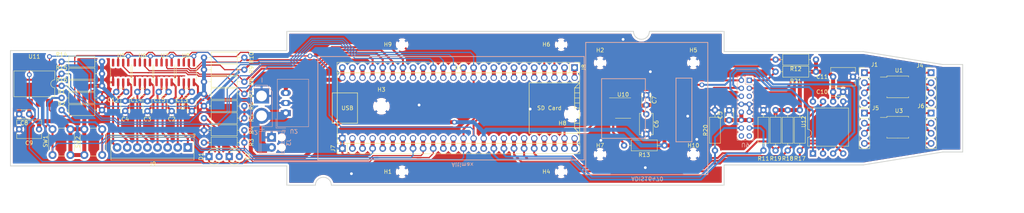
<source format=kicad_pcb>
(kicad_pcb (version 20171130) (host pcbnew "(5.1.9)-1")
  (layers (0 F.Cu signal) (31 B.Cu signal) (34 B.Paste user hide) (35 F.Paste user hide) (36 B.SilkS user) (37 F.SilkS user) (38 B.Mask user) (39 F.Mask user) (44 Edge.Cuts user))
  (net 0 "")
  (net 1 +3V3)
  (net 2 GND)
  (net 3 "Net-(C6-Pad1)")
  (net 4 "Net-(D1-Pad2)")
  (net 5 "Net-(D2-Pad2)")
  (net 6 "Net-(J1-Pad4)")
  (net 7 "Net-(J1-Pad3)")
  (net 8 "Net-(J1-Pad2)")
  (net 9 "Net-(J1-Pad1)")
  (net 10 "Net-(J2-Pad2)")
  (net 11 "Net-(J4-Pad4)")
  (net 12 "Net-(J4-Pad3)")
  (net 13 "Net-(J4-Pad2)")
  (net 14 "Net-(J4-Pad1)")
  (net 15 "Net-(J5-Pad4)")
  (net 16 "Net-(J5-Pad3)")
  (net 17 "Net-(J5-Pad2)")
  (net 18 "Net-(J5-Pad1)")
  (net 19 "Net-(J6-Pad4)")
  (net 20 "Net-(J6-Pad3)")
  (net 21 "Net-(J6-Pad2)")
  (net 22 "Net-(J6-Pad1)")
  (net 23 "Net-(J7-Pad24)")
  (net 24 /INS/CS_AIS1120)
  (net 25 "Net-(J7-Pad22)")
  (net 26 "Net-(J7-Pad21)")
  (net 27 "/Pressure Sensors/CS_RSC060_EE")
  (net 28 "/Pressure Sensors/CS_RSC060_ADC")
  (net 29 "/Pressure Sensors/DR_RSC060")
  (net 30 /INS/SYNC_ADIS16470)
  (net 31 /INS/DR_ADIS16470)
  (net 32 /MISO0)
  (net 33 /MOSI0)
  (net 34 "Net-(J7-Pad12)")
  (net 35 "Net-(J7-Pad11)")
  (net 36 /I/O/LED2)
  (net 37 /I/O/LED1)
  (net 38 /I/O/Button2)
  (net 39 "Net-(J7-Pad7)")
  (net 40 "Net-(J7-Pad6)")
  (net 41 "Net-(J7-Pad5)")
  (net 42 /I/O/Button1)
  (net 43 "Net-(J7-Pad3)")
  (net 44 "Net-(J7-Pad2)")
  (net 45 +5V)
  (net 46 "Net-(J8-Pad23)")
  (net 47 "Net-(J8-Pad22)")
  (net 48 /Thermocouples/CS_TC4)
  (net 49 /Thermocouples/CS_TC3)
  (net 50 /Thermocouples/CS_TC2)
  (net 51 /Thermocouples/CS_TC1)
  (net 52 "Net-(J8-Pad17)")
  (net 53 "Net-(J8-Pad16)")
  (net 54 "/Pressure Sensors/DR_RSC015")
  (net 55 "/Pressure Sensors/CS_RSC015_ADC")
  (net 56 "/Pressure Sensors/CS_RSC015_EE")
  (net 57 "Net-(J8-Pad12)")
  (net 58 /SCK0)
  (net 59 "Net-(J8-Pad10)")
  (net 60 "Net-(J8-Pad9)")
  (net 61 "Net-(J8-Pad8)")
  (net 62 "Net-(J8-Pad7)")
  (net 63 "Net-(J8-Pad6)")
  (net 64 "Net-(J8-Pad5)")
  (net 65 /INS/CS_ADIS16470)
  (net 66 /INS/RST_ADIS16470)
  (net 67 "Net-(J8-Pad2)")
  (net 68 "Net-(J8-Pad1)")
  (net 69 "Net-(U9-Pad16)")
  (net 70 "Net-(U9-Pad15)")
  (net 71 "Net-(U9-Pad5)")
  (net 72 "Net-(C12-Pad2)")
  (net 73 "Net-(C12-Pad1)")
  (net 74 "Net-(C13-Pad2)")
  (net 75 "Net-(C13-Pad1)")
  (net 76 "Net-(C14-Pad2)")
  (net 77 "Net-(C14-Pad1)")
  (net 78 "Net-(C15-Pad2)")
  (net 79 "Net-(C15-Pad1)")
  (module Capacitor_THT:C_Disc_D3.0mm_W2.0mm_P2.50mm (layer F.Cu) (at 66.929 128.778 90)
    (fp_text reference C1 (at 1.25 -2.25 90) (layer F.SilkS))
    (fp_text value 0.1uF)
    (pad 2 thru_hole circle (at 2.5 0 90) (size 1.6 1.6) (drill 0.8) (layers *.Cu *.Mask) (net 1 +3V3))
    (pad 1 thru_hole circle (at 0 0 90) (size 1.6 1.6) (drill 0.8) (layers *.Cu *.Mask) (net 2 GND))
  )
  (module Resistor_THT:R_Axial_DIN0207_L6.3mm_D2.5mm_P10.16mm_Horizontal (layer F.Cu) (at 223.901 118.872 180)
    (fp_text reference R21 (at 5.08 -2.37) (layer F.SilkS))
    (fp_text value 10kΩ)
    (pad 2 thru_hole oval (at 10.16 0 180) (size 1.6 1.6) (drill 0.8) (layers *.Cu *.Mask) (net 66 /INS/RST_ADIS16470))
    (pad 1 thru_hole circle (at 0 0 180) (size 1.6 1.6) (drill 0.8) (layers *.Cu *.Mask) (net 1 +3V3))
  )
  (module Resistor_THT:R_Axial_DIN0207_L6.3mm_D2.5mm_P10.16mm_Horizontal (layer F.Cu) (at 198.501 138.684 90)
    (fp_text reference R20 (at 5.08 -2.37 90) (layer F.SilkS))
    (fp_text value 10kΩ)
    (pad 2 thru_hole oval (at 10.16 0 90) (size 1.6 1.6) (drill 0.8) (layers *.Cu *.Mask) (net 2 GND))
    (pad 1 thru_hole circle (at 0 0 90) (size 1.6 1.6) (drill 0.8) (layers *.Cu *.Mask) (net 30 /INS/SYNC_ADIS16470))
  )
  (module Capacitor_THT:C_Disc_D3.0mm_W2.0mm_P2.50mm (layer F.Cu) (at 181.229 127.254 90)
    (fp_text reference C7 (at 1.27 2.032 90) (layer F.SilkS))
    (fp_text value "0.1uF +/- 10% 10V")
    (pad 2 thru_hole circle (at 2.5 0 90) (size 1.6 1.6) (drill 0.8) (layers *.Cu *.Mask) (net 2 GND))
    (pad 1 thru_hole circle (at 0 0 90) (size 1.6 1.6) (drill 0.8) (layers *.Cu *.Mask) (net 1 +3V3))
  )
  (module Capacitor_THT:C_Disc_D3.0mm_W1.6mm_P2.50mm (layer F.Cu) (at 61.087 123.952 180)
    (fp_text reference C15 (at 2.286 -2.05) (layer F.SilkS))
    (fp_text value 10nF)
    (pad 2 thru_hole circle (at 2.5 0 180) (size 1.6 1.6) (drill 0.8) (layers *.Cu *.Mask) (net 78 "Net-(C15-Pad2)"))
    (pad 1 thru_hole circle (at 0 0 180) (size 1.6 1.6) (drill 0.8) (layers *.Cu *.Mask) (net 79 "Net-(C15-Pad1)"))
  )
  (module Capacitor_THT:C_Disc_D3.0mm_W1.6mm_P2.50mm (layer F.Cu) (at 55.713 123.952 180)
    (fp_text reference C14 (at 2.754 -2.032) (layer F.SilkS))
    (fp_text value 10nF)
    (pad 2 thru_hole circle (at 2.5 0 180) (size 1.6 1.6) (drill 0.8) (layers *.Cu *.Mask) (net 76 "Net-(C14-Pad2)"))
    (pad 1 thru_hole circle (at 0 0 180) (size 1.6 1.6) (drill 0.8) (layers *.Cu *.Mask) (net 77 "Net-(C14-Pad1)"))
  )
  (module Capacitor_THT:C_Disc_D3.0mm_W1.6mm_P2.50mm (layer F.Cu) (at 66.929 123.952 180)
    (fp_text reference C13 (at 2.54 -2.032) (layer F.SilkS))
    (fp_text value 10nF)
    (pad 2 thru_hole circle (at 2.5 0 180) (size 1.6 1.6) (drill 0.8) (layers *.Cu *.Mask) (net 74 "Net-(C13-Pad2)"))
    (pad 1 thru_hole circle (at 0 0 180) (size 1.6 1.6) (drill 0.8) (layers *.Cu *.Mask) (net 75 "Net-(C13-Pad1)"))
  )
  (module Capacitor_THT:C_Disc_D3.0mm_W1.6mm_P2.50mm (layer F.Cu) (at 50.419 123.952 180)
    (fp_text reference C12 (at 3.302 -2.032) (layer F.SilkS))
    (fp_text value 10nF)
    (pad 2 thru_hole circle (at 2.5 0 180) (size 1.6 1.6) (drill 0.8) (layers *.Cu *.Mask) (net 72 "Net-(C12-Pad2)"))
    (pad 1 thru_hole circle (at 0 0 180) (size 1.6 1.6) (drill 0.8) (layers *.Cu *.Mask) (net 73 "Net-(C12-Pad1)"))
  )
  (module Capacitor_THT:C_Disc_D6.0mm_W4.4mm_P5.00mm (layer F.Cu) (at 228.219 120.142)
    (fp_text reference C11 (at -2.794 0) (layer F.SilkS))
    (fp_text value 10uF)
    (pad 2 thru_hole circle (at 5 0) (size 1.6 1.6) (drill 0.8) (layers *.Cu *.Mask) (net 2 GND))
    (pad 1 thru_hole circle (at 0 0) (size 1.6 1.6) (drill 0.8) (layers *.Cu *.Mask) (net 1 +3V3))
  )
  (module Capacitor_THT:C_Disc_D3.0mm_W2.0mm_P2.50mm (layer F.Cu) (at 228.219 123.952)
    (fp_text reference C10 (at -2.794 0) (layer F.SilkS))
    (fp_text value 0.1uF)
    (pad 2 thru_hole circle (at 2.5 0) (size 1.6 1.6) (drill 0.8) (layers *.Cu *.Mask) (net 2 GND))
    (pad 1 thru_hole circle (at 0 0) (size 1.6 1.6) (drill 0.8) (layers *.Cu *.Mask) (net 1 +3V3))
  )
  (module Capacitor_THT:C_Disc_D6.0mm_W4.4mm_P5.00mm (layer F.Cu) (at 28.495 133.35 180)
    (fp_text reference C9 (at 2.5 -3.45) (layer F.SilkS))
    (fp_text value 10uF)
    (pad 2 thru_hole circle (at 5 0 180) (size 1.6 1.6) (drill 0.8) (layers *.Cu *.Mask) (net 2 GND))
    (pad 1 thru_hole circle (at 0 0 180) (size 1.6 1.6) (drill 0.8) (layers *.Cu *.Mask) (net 1 +3V3))
  )
  (module Capacitor_THT:C_Disc_D3.0mm_W2.0mm_P2.50mm (layer F.Cu) (at 25.995 129.54 180)
    (fp_text reference C8 (at 1.25 -2.25) (layer F.SilkS))
    (fp_text value 0.1uF)
    (pad 2 thru_hole circle (at 2.5 0 180) (size 1.6 1.6) (drill 0.8) (layers *.Cu *.Mask) (net 2 GND))
    (pad 1 thru_hole circle (at 0 0 180) (size 1.6 1.6) (drill 0.8) (layers *.Cu *.Mask) (net 1 +3V3))
  )
  (module Capacitor_THT:C_Disc_D5.1mm_W3.2mm_P5.00mm (layer F.Cu) (at 181.229 129.54 270)
    (fp_text reference C6 (at 2.5 -2.54 90) (layer F.SilkS))
    (fp_text value "1uF +/- 10% 10V")
    (pad 2 thru_hole circle (at 5 0 270) (size 1.6 1.6) (drill 0.8) (layers *.Cu *.Mask) (net 2 GND))
    (pad 1 thru_hole circle (at 0 0 270) (size 1.6 1.6) (drill 0.8) (layers *.Cu *.Mask) (net 3 "Net-(C6-Pad1)"))
  )
  (module Capacitor_THT:C_Disc_D3.0mm_W2.0mm_P2.50mm (layer F.Cu) (at 202.057 131.064 90)
    (fp_text reference C5 (at 1.25 -2.25 90) (layer F.SilkS))
    (fp_text value 0.1uF)
    (pad 2 thru_hole circle (at 2.5 0 90) (size 1.6 1.6) (drill 0.8) (layers *.Cu *.Mask) (net 2 GND))
    (pad 1 thru_hole circle (at 0 0 90) (size 1.6 1.6) (drill 0.8) (layers *.Cu *.Mask) (net 1 +3V3))
  )
  (module Capacitor_THT:C_Disc_D3.0mm_W2.0mm_P2.50mm (layer F.Cu) (at 50.165 128.738 90)
    (fp_text reference C4 (at -2.072 0 180) (layer F.SilkS))
    (fp_text value 0.1uF)
    (pad 2 thru_hole circle (at 2.5 0 90) (size 1.6 1.6) (drill 0.8) (layers *.Cu *.Mask) (net 1 +3V3))
    (pad 1 thru_hole circle (at 0 0 90) (size 1.6 1.6) (drill 0.8) (layers *.Cu *.Mask) (net 2 GND))
  )
  (module Capacitor_THT:C_Disc_D3.0mm_W2.0mm_P2.50mm (layer F.Cu) (at 55.753 128.778 90)
    (fp_text reference C3 (at -2.032 0 180) (layer F.SilkS))
    (fp_text value 0.1uF)
    (pad 2 thru_hole circle (at 2.5 0 90) (size 1.6 1.6) (drill 0.8) (layers *.Cu *.Mask) (net 1 +3V3))
    (pad 1 thru_hole circle (at 0 0 90) (size 1.6 1.6) (drill 0.8) (layers *.Cu *.Mask) (net 2 GND))
  )
  (module Capacitor_THT:C_Disc_D3.0mm_W2.0mm_P2.50mm (layer F.Cu) (at 61.849 128.778 90)
    (fp_text reference C2 (at -2.032 0 180) (layer F.SilkS))
    (fp_text value 0.1uF)
    (pad 2 thru_hole circle (at 2.5 0 90) (size 1.6 1.6) (drill 0.8) (layers *.Cu *.Mask) (net 1 +3V3))
    (pad 1 thru_hole circle (at 0 0 90) (size 1.6 1.6) (drill 0.8) (layers *.Cu *.Mask) (net 2 GND))
  )
  (module Resistor_THT:R_Axial_DIN0207_L6.3mm_D2.5mm_P10.16mm_Horizontal (layer F.Cu) (at 80.137 124.46 180)
    (fp_text reference R7 (at -1.778 0 90) (layer F.SilkS))
    (fp_text value 10kΩ)
    (pad 1 thru_hole circle (at 0 0 180) (size 1.6 1.6) (drill 0.8) (layers *.Cu *.Mask) (net 51 /Thermocouples/CS_TC1))
    (pad 2 thru_hole oval (at 10.16 0 180) (size 1.6 1.6) (drill 0.8) (layers *.Cu *.Mask) (net 1 +3V3))
  )
  (module Connector_PinHeader_2.00mm:PinHeader_2x08_P2.00mm_Vertical (layer B.Cu) (at 207.133515 121.040882 180)
    (fp_text reference U9 (at 1.016 -16.256 180 unlocked) (layer B.SilkS) (effects (justify mirror)))
    (fp_text value ADIS16470)
    (pad 16 thru_hole oval (at 2 -14 180) (size 1.35 1.35) (drill 0.8) (layers *.Cu *.Mask) (net 69 "Net-(U9-Pad16)"))
    (pad 15 thru_hole oval (at 0 -14 180) (size 1.35 1.35) (drill 0.8) (layers *.Cu *.Mask) (net 70 "Net-(U9-Pad15)"))
    (pad 14 thru_hole oval (at 2 -12 180) (size 1.35 1.35) (drill 0.8) (layers *.Cu *.Mask) (net 30 /INS/SYNC_ADIS16470))
    (pad 13 thru_hole oval (at 0 -12 180) (size 1.35 1.35) (drill 0.8) (layers *.Cu *.Mask) (net 31 /INS/DR_ADIS16470))
    (pad 12 thru_hole oval (at 2 -10 180) (size 1.35 1.35) (drill 0.8) (layers *.Cu *.Mask) (net 1 +3V3))
    (pad 11 thru_hole oval (at 0 -10 180) (size 1.35 1.35) (drill 0.8) (layers *.Cu *.Mask) (net 1 +3V3))
    (pad 10 thru_hole oval (at 2 -8 180) (size 1.35 1.35) (drill 0.8) (layers *.Cu *.Mask) (net 1 +3V3))
    (pad 9 thru_hole oval (at 0 -8 180) (size 1.35 1.35) (drill 0.8) (layers *.Cu *.Mask) (net 2 GND))
    (pad 8 thru_hole oval (at 2 -6 180) (size 1.35 1.35) (drill 0.8) (layers *.Cu *.Mask) (net 2 GND))
    (pad 7 thru_hole oval (at 0 -6 180) (size 1.35 1.35) (drill 0.8) (layers *.Cu *.Mask) (net 2 GND))
    (pad 6 thru_hole oval (at 2 -4 180) (size 1.35 1.35) (drill 0.8) (layers *.Cu *.Mask) (net 33 /MOSI0))
    (pad 5 thru_hole oval (at 0 -4 180) (size 1.35 1.35) (drill 0.8) (layers *.Cu *.Mask) (net 71 "Net-(U9-Pad5)"))
    (pad 4 thru_hole oval (at 2 -2 180) (size 1.35 1.35) (drill 0.8) (layers *.Cu *.Mask) (net 32 /MISO0))
    (pad 3 thru_hole oval (at 0 -2 180) (size 1.35 1.35) (drill 0.8) (layers *.Cu *.Mask) (net 65 /INS/CS_ADIS16470))
    (pad 2 thru_hole oval (at 2 0 180) (size 1.35 1.35) (drill 0.8) (layers *.Cu *.Mask) (net 58 /SCK0))
    (pad 1 thru_hole rect (at 0 0 180) (size 1.35 1.35) (drill 0.8) (layers *.Cu *.Mask) (net 66 /INS/RST_ADIS16470))
  )
  (module Connector_AMASS:AMASS_XT30U-F_1x02_P5.0mm_Vertical (layer B.Cu) (at 84.455 124.968 270)
    (fp_text reference J2 (at 9.144 1.778 180 unlocked) (layer B.SilkS) (effects (justify mirror)))
    (fp_text value "XT30 Connector")
    (fp_text user - (at -4 0 270) (layer B.SilkS) (effects (font (size 1.5 1.5)) (justify mirror)))
    (fp_text user + (at 8.382 0 270) (layer B.SilkS) (effects (font (size 1.5 1.5)) (justify mirror)))
    (pad 2 thru_hole circle (at 5 0 270) (size 4 4) (drill 2.7) (layers *.Cu *.Mask) (net 10 "Net-(J2-Pad2)"))
    (pad 1 thru_hole rect (at 0 0 270) (size 3.8 3.8) (drill 2.7) (layers *.Cu *.Mask) (net 2 GND))
  )
  (module CustomLib:AltimaxG4 (layer B.Cu) (at 165.608 115.062 180)
    (fp_text reference Altimax (at 30.607 -27.178 180 unlocked) (layer B.SilkS) (effects (justify mirror)))
    (fp_text value AltimaxG4)
  )
  (module CustomLib:ADIS16470 (layer B.Cu) (at 165.989 144.526)
    (fp_text reference ADIS16470 (at 15.494 1.27 180 unlocked) (layer B.SilkS) (effects (justify mirror)))
    (fp_text value ADIS16470)
  )
  (module CustomLib:DIP-8_W13.08mm (layer F.Cu) (at 223.139 139.446 90)
    (fp_text reference U12 (at 8 -2.33 90) (layer F.SilkS))
    (fp_text value RSCDJNI060PASE3)
    (pad 8 thru_hole oval (at 13.08 0 90) (size 1.6 1.6) (drill 0.8) (layers *.Cu *.Mask) (net 32 /MISO0))
    (pad 4 thru_hole oval (at 0 7.62 90) (size 1.6 1.6) (drill 0.8) (layers *.Cu *.Mask) (net 28 "/Pressure Sensors/CS_RSC060_ADC"))
    (pad 7 thru_hole oval (at 13.08 2.54 90) (size 1.6 1.6) (drill 0.8) (layers *.Cu *.Mask) (net 27 "/Pressure Sensors/CS_RSC060_EE"))
    (pad 3 thru_hole oval (at 0 5.08 90) (size 1.6 1.6) (drill 0.8) (layers *.Cu *.Mask) (net 33 /MOSI0))
    (pad 6 thru_hole oval (at 13.08 5.08 90) (size 1.6 1.6) (drill 0.8) (layers *.Cu *.Mask) (net 1 +3V3))
    (pad 2 thru_hole oval (at 0 2.54 90) (size 1.6 1.6) (drill 0.8) (layers *.Cu *.Mask) (net 29 "/Pressure Sensors/DR_RSC060"))
    (pad 5 thru_hole oval (at 13.08 7.62 90) (size 1.6 1.6) (drill 0.8) (layers *.Cu *.Mask) (net 2 GND))
    (pad 1 thru_hole rect (at 0 0 90) (size 1.6 1.6) (drill 0.8) (layers *.Cu *.Mask) (net 58 /SCK0))
  )
  (module Package_DIP:SMDIP-8_W9.53mm (layer F.Cu) (at 27.305 121.92 270)
    (fp_text reference U11 (at -6.858 0 180) (layer F.SilkS))
    (fp_text value RSCMRNE015PASE3)
    (pad 8 smd rect (at 4.765 -3.81 270) (size 2 1.78) (layers F.Cu F.Paste F.Mask) (net 32 /MISO0))
    (pad 4 smd rect (at -4.765 3.81 270) (size 2 1.78) (layers F.Cu F.Paste F.Mask) (net 55 "/Pressure Sensors/CS_RSC015_ADC"))
    (pad 7 smd rect (at 4.765 -1.27 270) (size 2 1.78) (layers F.Cu F.Paste F.Mask) (net 56 "/Pressure Sensors/CS_RSC015_EE"))
    (pad 3 smd rect (at -4.765 1.27 270) (size 2 1.78) (layers F.Cu F.Paste F.Mask) (net 33 /MOSI0))
    (pad 6 smd rect (at 4.765 1.27 270) (size 2 1.78) (layers F.Cu F.Paste F.Mask) (net 1 +3V3))
    (pad 2 smd rect (at -4.765 -1.27 270) (size 2 1.78) (layers F.Cu F.Paste F.Mask) (net 54 "/Pressure Sensors/DR_RSC015"))
    (pad 5 smd rect (at 4.765 3.81 270) (size 2 1.78) (layers F.Cu F.Paste F.Mask) (net 2 GND))
    (pad 1 smd rect (at -4.765 -3.81 270) (size 2 1.78) (layers F.Cu F.Paste F.Mask) (net 58 /SCK0))
  )
  (module Package_SO:SOIC-8_3.9x4.9mm_P1.27mm (layer F.Cu) (at 175.387 128.016)
    (fp_text reference U10 (at 0 -3.4) (layer F.SilkS))
    (fp_text value AIS1120SXTR)
    (pad 8 smd roundrect (at 2.475 -1.905) (size 1.95 0.6) (layers F.Cu F.Paste F.Mask) (net 2 GND))
    (pad 7 smd roundrect (at 2.475 -0.635) (size 1.95 0.6) (layers F.Cu F.Paste F.Mask) (net 1 +3V3))
    (pad 6 smd roundrect (at 2.475 0.635) (size 1.95 0.6) (layers F.Cu F.Paste F.Mask) (net 3 "Net-(C6-Pad1)"))
    (pad 5 smd roundrect (at 2.475 1.905) (size 1.95 0.6) (layers F.Cu F.Paste F.Mask) (net 2 GND))
    (pad 4 smd roundrect (at -2.475 1.905) (size 1.95 0.6) (layers F.Cu F.Paste F.Mask) (net 24 /INS/CS_AIS1120))
    (pad 3 smd roundrect (at -2.475 0.635) (size 1.95 0.6) (layers F.Cu F.Paste F.Mask) (net 32 /MISO0))
    (pad 2 smd roundrect (at -2.475 -0.635) (size 1.95 0.6) (layers F.Cu F.Paste F.Mask) (net 33 /MOSI0))
    (pad 1 smd roundrect (at -2.475 -1.905) (size 1.95 0.6) (layers F.Cu F.Paste F.Mask) (net 58 /SCK0))
  )
  (module Package_SO:SOIC-8_3.9x4.9mm_P1.27mm (layer F.Cu) (at 65.532 119.061 90)
    (fp_text reference U8 (at 4.253 -0.127 180) (layer F.SilkS))
    (fp_text value MAX31855KASA)
    (pad 1 smd roundrect (at -2.475 -1.905 90) (size 1.95 0.6) (layers F.Cu F.Paste F.Mask) (net 2 GND))
    (pad 2 smd roundrect (at -2.475 -0.635 90) (size 1.95 0.6) (layers F.Cu F.Paste F.Mask) (net 74 "Net-(C13-Pad2)"))
    (pad 3 smd roundrect (at -2.475 0.635 90) (size 1.95 0.6) (layers F.Cu F.Paste F.Mask) (net 75 "Net-(C13-Pad1)"))
    (pad 4 smd roundrect (at -2.475 1.905 90) (size 1.95 0.6) (layers F.Cu F.Paste F.Mask) (net 1 +3V3))
    (pad 5 smd roundrect (at 2.475 1.905 90) (size 1.95 0.6) (layers F.Cu F.Paste F.Mask) (net 58 /SCK0))
    (pad 6 smd roundrect (at 2.475 0.635 90) (size 1.95 0.6) (layers F.Cu F.Paste F.Mask) (net 48 /Thermocouples/CS_TC4))
    (pad 7 smd roundrect (at 2.475 -0.635 90) (size 1.95 0.6) (layers F.Cu F.Paste F.Mask) (net 32 /MISO0))
    (pad 8 smd roundrect (at 2.475 -1.905 90) (size 1.95 0.6) (layers F.Cu F.Paste F.Mask))
  )
  (module Package_SO:SOIC-8_3.9x4.9mm_P1.27mm (layer F.Cu) (at 59.944 119.061 90)
    (fp_text reference U7 (at 4.253 0.127 180) (layer F.SilkS))
    (fp_text value MAX31855KASA)
    (pad 1 smd roundrect (at -2.475 -1.905 90) (size 1.95 0.6) (layers F.Cu F.Paste F.Mask) (net 2 GND))
    (pad 2 smd roundrect (at -2.475 -0.635 90) (size 1.95 0.6) (layers F.Cu F.Paste F.Mask) (net 78 "Net-(C15-Pad2)"))
    (pad 3 smd roundrect (at -2.475 0.635 90) (size 1.95 0.6) (layers F.Cu F.Paste F.Mask) (net 79 "Net-(C15-Pad1)"))
    (pad 4 smd roundrect (at -2.475 1.905 90) (size 1.95 0.6) (layers F.Cu F.Paste F.Mask) (net 1 +3V3))
    (pad 5 smd roundrect (at 2.475 1.905 90) (size 1.95 0.6) (layers F.Cu F.Paste F.Mask) (net 58 /SCK0))
    (pad 6 smd roundrect (at 2.475 0.635 90) (size 1.95 0.6) (layers F.Cu F.Paste F.Mask) (net 49 /Thermocouples/CS_TC3))
    (pad 7 smd roundrect (at 2.475 -0.635 90) (size 1.95 0.6) (layers F.Cu F.Paste F.Mask) (net 32 /MISO0))
    (pad 8 smd roundrect (at 2.475 -1.905 90) (size 1.95 0.6) (layers F.Cu F.Paste F.Mask))
  )
  (module Package_SO:SOIC-8_3.9x4.9mm_P1.27mm (layer F.Cu) (at 54.483 119.061 90)
    (fp_text reference U6 (at 4.253 0 180) (layer F.SilkS))
    (fp_text value MAX31855KASA)
    (pad 1 smd roundrect (at -2.475 -1.905 90) (size 1.95 0.6) (layers F.Cu F.Paste F.Mask) (net 2 GND))
    (pad 2 smd roundrect (at -2.475 -0.635 90) (size 1.95 0.6) (layers F.Cu F.Paste F.Mask) (net 76 "Net-(C14-Pad2)"))
    (pad 3 smd roundrect (at -2.475 0.635 90) (size 1.95 0.6) (layers F.Cu F.Paste F.Mask) (net 77 "Net-(C14-Pad1)"))
    (pad 4 smd roundrect (at -2.475 1.905 90) (size 1.95 0.6) (layers F.Cu F.Paste F.Mask) (net 1 +3V3))
    (pad 5 smd roundrect (at 2.475 1.905 90) (size 1.95 0.6) (layers F.Cu F.Paste F.Mask) (net 58 /SCK0))
    (pad 6 smd roundrect (at 2.475 0.635 90) (size 1.95 0.6) (layers F.Cu F.Paste F.Mask) (net 50 /Thermocouples/CS_TC2))
    (pad 7 smd roundrect (at 2.475 -0.635 90) (size 1.95 0.6) (layers F.Cu F.Paste F.Mask) (net 32 /MISO0))
    (pad 8 smd roundrect (at 2.475 -1.905 90) (size 1.95 0.6) (layers F.Cu F.Paste F.Mask))
  )
  (module Package_SO:SOIC-8_3.9x4.9mm_P1.27mm (layer F.Cu) (at 49.022 119.061 90)
    (fp_text reference U5 (at 4.253 0.127 180) (layer F.SilkS))
    (fp_text value MAX31855KASA)
    (pad 1 smd roundrect (at -2.475 -1.905 90) (size 1.95 0.6) (layers F.Cu F.Paste F.Mask) (net 2 GND))
    (pad 2 smd roundrect (at -2.475 -0.635 90) (size 1.95 0.6) (layers F.Cu F.Paste F.Mask) (net 72 "Net-(C12-Pad2)"))
    (pad 3 smd roundrect (at -2.475 0.635 90) (size 1.95 0.6) (layers F.Cu F.Paste F.Mask) (net 73 "Net-(C12-Pad1)"))
    (pad 4 smd roundrect (at -2.475 1.905 90) (size 1.95 0.6) (layers F.Cu F.Paste F.Mask) (net 1 +3V3))
    (pad 5 smd roundrect (at 2.475 1.905 90) (size 1.95 0.6) (layers F.Cu F.Paste F.Mask) (net 58 /SCK0))
    (pad 6 smd roundrect (at 2.475 0.635 90) (size 1.95 0.6) (layers F.Cu F.Paste F.Mask) (net 51 /Thermocouples/CS_TC1))
    (pad 7 smd roundrect (at 2.475 -0.635 90) (size 1.95 0.6) (layers F.Cu F.Paste F.Mask) (net 32 /MISO0))
    (pad 8 smd roundrect (at 2.475 -1.905 90) (size 1.95 0.6) (layers F.Cu F.Paste F.Mask))
  )
  (module CustomLib:Teensy35_36_exterior_pins_only (layer F.Cu) (at 133.985 128.016)
    (fp_text reference U4 (at 0 -10.16) (layer F.SilkS))
    (fp_text value Teensy3.5)
    (fp_text user "SD Card" (at 22.86 0) (layer F.SilkS))
    (fp_text user USB (at -27.94 0) (layer F.SilkS))
    (pad 17 thru_hole circle (at 11.43 7.62) (size 1.6 1.6) (drill 1.1) (layers *.Cu *.Mask) (net 30 /INS/SYNC_ADIS16470))
    (pad 18 thru_hole circle (at 13.97 7.62) (size 1.6 1.6) (drill 1.1) (layers *.Cu *.Mask) (net 29 "/Pressure Sensors/DR_RSC060"))
    (pad 19 thru_hole circle (at 16.51 7.62) (size 1.6 1.6) (drill 1.1) (layers *.Cu *.Mask) (net 28 "/Pressure Sensors/CS_RSC060_ADC"))
    (pad 20 thru_hole circle (at 19.05 7.62) (size 1.6 1.6) (drill 1.1) (layers *.Cu *.Mask) (net 27 "/Pressure Sensors/CS_RSC060_EE"))
    (pad 16 thru_hole circle (at 8.89 7.62) (size 1.6 1.6) (drill 1.1) (layers *.Cu *.Mask) (net 31 /INS/DR_ADIS16470))
    (pad 15 thru_hole circle (at 6.35 7.62) (size 1.6 1.6) (drill 1.1) (layers *.Cu *.Mask) (net 1 +3V3))
    (pad 14 thru_hole circle (at 3.81 7.62) (size 1.6 1.6) (drill 1.1) (layers *.Cu *.Mask) (net 32 /MISO0))
    (pad 21 thru_hole circle (at 21.59 7.62) (size 1.6 1.6) (drill 1.1) (layers *.Cu *.Mask) (net 26 "Net-(J7-Pad21)"))
    (pad 22 thru_hole circle (at 24.13 7.62) (size 1.6 1.6) (drill 1.1) (layers *.Cu *.Mask) (net 25 "Net-(J7-Pad22)"))
    (pad 23 thru_hole circle (at 26.67 7.62) (size 1.6 1.6) (drill 1.1) (layers *.Cu *.Mask) (net 24 /INS/CS_AIS1120))
    (pad 24 thru_hole circle (at 29.21 7.62) (size 1.6 1.6) (drill 1.1) (layers *.Cu *.Mask) (net 23 "Net-(J7-Pad24)"))
    (pad 30 thru_hole circle (at 29.21 -7.62) (size 1.6 1.6) (drill 1.1) (layers *.Cu *.Mask) (net 68 "Net-(J8-Pad1)"))
    (pad 31 thru_hole circle (at 26.67 -7.62) (size 1.6 1.6) (drill 1.1) (layers *.Cu *.Mask) (net 67 "Net-(J8-Pad2)"))
    (pad 32 thru_hole circle (at 24.13 -7.62) (size 1.6 1.6) (drill 1.1) (layers *.Cu *.Mask) (net 66 /INS/RST_ADIS16470))
    (pad 33 thru_hole circle (at 21.59 -7.62) (size 1.6 1.6) (drill 1.1) (layers *.Cu *.Mask) (net 65 /INS/CS_ADIS16470))
    (pad 34 thru_hole circle (at 19.05 -7.62) (size 1.6 1.6) (drill 1.1) (layers *.Cu *.Mask) (net 64 "Net-(J8-Pad5)"))
    (pad 35 thru_hole circle (at 16.51 -7.62) (size 1.6 1.6) (drill 1.1) (layers *.Cu *.Mask) (net 63 "Net-(J8-Pad6)"))
    (pad 36 thru_hole circle (at 13.97 -7.62) (size 1.6 1.6) (drill 1.1) (layers *.Cu *.Mask) (net 62 "Net-(J8-Pad7)"))
    (pad 37 thru_hole circle (at 11.43 -7.62) (size 1.6 1.6) (drill 1.1) (layers *.Cu *.Mask) (net 61 "Net-(J8-Pad8)"))
    (pad 13 thru_hole circle (at 1.27 7.62) (size 1.6 1.6) (drill 1.1) (layers *.Cu *.Mask) (net 33 /MOSI0))
    (pad 12 thru_hole circle (at -1.27 7.62) (size 1.6 1.6) (drill 1.1) (layers *.Cu *.Mask) (net 34 "Net-(J7-Pad12)"))
    (pad 11 thru_hole circle (at -3.81 7.62) (size 1.6 1.6) (drill 1.1) (layers *.Cu *.Mask) (net 35 "Net-(J7-Pad11)"))
    (pad 10 thru_hole circle (at -6.35 7.62) (size 1.6 1.6) (drill 1.1) (layers *.Cu *.Mask) (net 36 /I/O/LED2))
    (pad 9 thru_hole circle (at -8.89 7.62) (size 1.6 1.6) (drill 1.1) (layers *.Cu *.Mask) (net 37 /I/O/LED1))
    (pad 8 thru_hole circle (at -11.43 7.62) (size 1.6 1.6) (drill 1.1) (layers *.Cu *.Mask) (net 38 /I/O/Button2))
    (pad 7 thru_hole circle (at -13.97 7.62) (size 1.6 1.6) (drill 1.1) (layers *.Cu *.Mask) (net 39 "Net-(J7-Pad7)"))
    (pad 6 thru_hole circle (at -16.51 7.62) (size 1.6 1.6) (drill 1.1) (layers *.Cu *.Mask) (net 40 "Net-(J7-Pad6)"))
    (pad 5 thru_hole circle (at -19.05 7.62) (size 1.6 1.6) (drill 1.1) (layers *.Cu *.Mask) (net 41 "Net-(J7-Pad5)"))
    (pad 4 thru_hole circle (at -21.59 7.62) (size 1.6 1.6) (drill 1.1) (layers *.Cu *.Mask) (net 42 /I/O/Button1))
    (pad 3 thru_hole circle (at -24.13 7.62) (size 1.6 1.6) (drill 1.1) (layers *.Cu *.Mask) (net 43 "Net-(J7-Pad3)"))
    (pad 2 thru_hole circle (at -26.67 7.62) (size 1.6 1.6) (drill 1.1) (layers *.Cu *.Mask) (net 44 "Net-(J7-Pad2)"))
    (pad 1 thru_hole rect (at -29.21 7.62) (size 1.6 1.6) (drill 1.1) (layers *.Cu *.Mask) (net 2 GND))
    (pad 38 thru_hole circle (at 8.89 -7.62) (size 1.6 1.6) (drill 1.1) (layers *.Cu *.Mask) (net 60 "Net-(J8-Pad9)"))
    (pad 39 thru_hole circle (at 6.35 -7.62) (size 1.6 1.6) (drill 1.1) (layers *.Cu *.Mask) (net 59 "Net-(J8-Pad10)"))
    (pad 40 thru_hole circle (at 3.81 -7.62) (size 1.6 1.6) (drill 1.1) (layers *.Cu *.Mask) (net 58 /SCK0))
    (pad 41 thru_hole circle (at 1.27 -7.62) (size 1.6 1.6) (drill 1.1) (layers *.Cu *.Mask) (net 57 "Net-(J8-Pad12)"))
    (pad 42 thru_hole circle (at -1.27 -7.62) (size 1.6 1.6) (drill 1.1) (layers *.Cu *.Mask) (net 54 "/Pressure Sensors/DR_RSC015"))
    (pad 43 thru_hole circle (at -3.81 -7.62) (size 1.6 1.6) (drill 1.1) (layers *.Cu *.Mask) (net 55 "/Pressure Sensors/CS_RSC015_ADC"))
    (pad 44 thru_hole circle (at -6.35 -7.62) (size 1.6 1.6) (drill 1.1) (layers *.Cu *.Mask) (net 56 "/Pressure Sensors/CS_RSC015_EE"))
    (pad 45 thru_hole circle (at -8.89 -7.62) (size 1.6 1.6) (drill 1.1) (layers *.Cu *.Mask) (net 53 "Net-(J8-Pad16)"))
    (pad 46 thru_hole circle (at -11.43 -7.62) (size 1.6 1.6) (drill 1.1) (layers *.Cu *.Mask) (net 52 "Net-(J8-Pad17)"))
    (pad 47 thru_hole circle (at -13.97 -7.62) (size 1.6 1.6) (drill 1.1) (layers *.Cu *.Mask) (net 48 /Thermocouples/CS_TC4))
    (pad 48 thru_hole circle (at -16.51 -7.62) (size 1.6 1.6) (drill 1.1) (layers *.Cu *.Mask) (net 49 /Thermocouples/CS_TC3))
    (pad 49 thru_hole circle (at -19.05 -7.62) (size 1.6 1.6) (drill 1.1) (layers *.Cu *.Mask) (net 50 /Thermocouples/CS_TC2))
    (pad 50 thru_hole circle (at -21.59 -7.62) (size 1.6 1.6) (drill 1.1) (layers *.Cu *.Mask) (net 51 /Thermocouples/CS_TC1))
    (pad 51 thru_hole circle (at -24.13 -7.62) (size 1.6 1.6) (drill 1.1) (layers *.Cu *.Mask) (net 47 "Net-(J8-Pad22)"))
    (pad 52 thru_hole circle (at -26.67 -7.62) (size 1.6 1.6) (drill 1.1) (layers *.Cu *.Mask) (net 46 "Net-(J8-Pad23)"))
    (pad 53 thru_hole circle (at -29.21 -7.62) (size 1.6 1.6) (drill 1.1) (layers *.Cu *.Mask) (net 45 +5V))
  )
  (module CustomLib:SOIC-8_3_to_8mm_P1.27mm (layer F.Cu) (at 244.475 132.842)
    (fp_text reference U3 (at 0.294422 -4.13482) (layer F.SilkS))
    (fp_text value SOIC-8_Adapter)
    (pad 1 smd roundrect (at -3.6 -1.905) (size 5 0.6) (layers F.Cu F.Paste F.Mask) (net 18 "Net-(J5-Pad1)"))
    (pad 2 smd roundrect (at -3.6 -0.635) (size 5 0.6) (layers F.Cu F.Paste F.Mask) (net 17 "Net-(J5-Pad2)"))
    (pad 3 smd roundrect (at -3.6 0.635) (size 5 0.6) (layers F.Cu F.Paste F.Mask) (net 16 "Net-(J5-Pad3)"))
    (pad 4 smd roundrect (at -3.6 1.905) (size 5 0.6) (layers F.Cu F.Paste F.Mask) (net 15 "Net-(J5-Pad4)"))
    (pad 5 smd roundrect (at 3.6 1.905) (size 5 0.6) (layers F.Cu F.Paste F.Mask) (net 19 "Net-(J6-Pad4)"))
    (pad 6 smd roundrect (at 3.6 0.635) (size 5 0.6) (layers F.Cu F.Paste F.Mask) (net 20 "Net-(J6-Pad3)"))
    (pad 7 smd roundrect (at 3.6 -0.635) (size 5 0.6) (layers F.Cu F.Paste F.Mask) (net 21 "Net-(J6-Pad2)"))
    (pad 8 smd roundrect (at 3.6 -1.905) (size 5 0.6) (layers F.Cu F.Paste F.Mask) (net 22 "Net-(J6-Pad1)"))
  )
  (module Converter_DCDC:Converter_DCDC_TRACO_TSR-1_THT (layer B.Cu) (at 90.551 129.286 90)
    (fp_text reference U2 (at -4.572 2.032 180 unlocked) (layer B.SilkS) (effects (justify mirror)))
    (fp_text value TSR_1-2450)
    (pad 3 thru_hole oval (at 5.08 0 90) (size 1.5 2.5) (drill 1) (layers *.Cu *.Mask) (net 45 +5V))
    (pad 2 thru_hole oval (at 2.54 0 90) (size 1.5 2.5) (drill 1) (layers *.Cu *.Mask) (net 2 GND))
    (pad 1 thru_hole rect (at 0 0 90) (size 1.5 2.5) (drill 1) (layers *.Cu *.Mask) (net 10 "Net-(J2-Pad2)"))
  )
  (module CustomLib:SOIC-8_3_to_8mm_P1.27mm (layer F.Cu) (at 244.475 122.682)
    (fp_text reference U1 (at 0.294422 -4.13482) (layer F.SilkS))
    (fp_text value SOIC-8_Adapter)
    (pad 8 smd roundrect (at 3.6 -1.905) (size 5 0.6) (layers F.Cu F.Paste F.Mask) (net 14 "Net-(J4-Pad1)"))
    (pad 7 smd roundrect (at 3.6 -0.635) (size 5 0.6) (layers F.Cu F.Paste F.Mask) (net 13 "Net-(J4-Pad2)"))
    (pad 6 smd roundrect (at 3.6 0.635) (size 5 0.6) (layers F.Cu F.Paste F.Mask) (net 12 "Net-(J4-Pad3)"))
    (pad 5 smd roundrect (at 3.6 1.905) (size 5 0.6) (layers F.Cu F.Paste F.Mask) (net 11 "Net-(J4-Pad4)"))
    (pad 4 smd roundrect (at -3.6 1.905) (size 5 0.6) (layers F.Cu F.Paste F.Mask) (net 6 "Net-(J1-Pad4)"))
    (pad 3 smd roundrect (at -3.6 0.635) (size 5 0.6) (layers F.Cu F.Paste F.Mask) (net 7 "Net-(J1-Pad3)"))
    (pad 2 smd roundrect (at -3.6 -0.635) (size 5 0.6) (layers F.Cu F.Paste F.Mask) (net 8 "Net-(J1-Pad2)"))
    (pad 1 smd roundrect (at -3.6 -1.905) (size 5 0.6) (layers F.Cu F.Paste F.Mask) (net 9 "Net-(J1-Pad1)"))
  )
  (module Button_Switch_THT:SW_PUSH_6mm (layer F.Cu) (at 39.878 139.827 90)
    (fp_text reference SW2 (at 3.25 -1.651 90) (layer F.SilkS))
    (fp_text value SW_Push)
    (pad 1 thru_hole circle (at 6.5 0 180) (size 2 2) (drill 1.1) (layers *.Cu *.Mask) (net 1 +3V3))
    (pad 2 thru_hole circle (at 6.5 4.5 180) (size 2 2) (drill 1.1) (layers *.Cu *.Mask) (net 38 /I/O/Button2))
    (pad 1 thru_hole circle (at 0 0 180) (size 2 2) (drill 1.1) (layers *.Cu *.Mask) (net 1 +3V3))
    (pad 2 thru_hole circle (at 0 4.5 180) (size 2 2) (drill 1.1) (layers *.Cu *.Mask) (net 38 /I/O/Button2))
  )
  (module Button_Switch_THT:SW_PUSH_6mm (layer F.Cu) (at 31.877 139.827 90)
    (fp_text reference SW1 (at 3.429 -1.778 90) (layer F.SilkS))
    (fp_text value SW_Push)
    (pad 1 thru_hole circle (at 6.5 0 180) (size 2 2) (drill 1.1) (layers *.Cu *.Mask) (net 42 /I/O/Button1))
    (pad 2 thru_hole circle (at 6.5 4.5 180) (size 2 2) (drill 1.1) (layers *.Cu *.Mask) (net 1 +3V3))
    (pad 1 thru_hole circle (at 0 0 180) (size 2 2) (drill 1.1) (layers *.Cu *.Mask) (net 42 /I/O/Button1))
    (pad 2 thru_hole circle (at 0 4.5 180) (size 2 2) (drill 1.1) (layers *.Cu *.Mask) (net 1 +3V3))
  )
  (module Resistor_THT:R_Axial_DIN0207_L6.3mm_D2.5mm_P10.16mm_Horizontal (layer F.Cu) (at 213.741 138.684 90)
    (fp_text reference R19 (at -2.032 0 180) (layer F.SilkS))
    (fp_text value 10kΩ)
    (pad 2 thru_hole oval (at 10.16 0 90) (size 1.6 1.6) (drill 0.8) (layers *.Cu *.Mask) (net 1 +3V3))
    (pad 1 thru_hole circle (at 0 0 90) (size 1.6 1.6) (drill 0.8) (layers *.Cu *.Mask) (net 27 "/Pressure Sensors/CS_RSC060_EE"))
  )
  (module Resistor_THT:R_Axial_DIN0207_L6.3mm_D2.5mm_P10.16mm_Horizontal (layer F.Cu) (at 216.789 138.684 90)
    (fp_text reference R18 (at -2.032 0 180) (layer F.SilkS))
    (fp_text value 10kΩ)
    (pad 2 thru_hole oval (at 10.16 0 90) (size 1.6 1.6) (drill 0.8) (layers *.Cu *.Mask) (net 1 +3V3))
    (pad 1 thru_hole circle (at 0 0 90) (size 1.6 1.6) (drill 0.8) (layers *.Cu *.Mask) (net 28 "/Pressure Sensors/CS_RSC060_ADC"))
  )
  (module Resistor_THT:R_Axial_DIN0207_L6.3mm_D2.5mm_P10.16mm_Horizontal (layer F.Cu) (at 219.837 138.684 90)
    (fp_text reference R17 (at -2.032 0 180) (layer F.SilkS))
    (fp_text value 10kΩ)
    (pad 2 thru_hole oval (at 10.16 0 90) (size 1.6 1.6) (drill 0.8) (layers *.Cu *.Mask) (net 1 +3V3))
    (pad 1 thru_hole circle (at 0 0 90) (size 1.6 1.6) (drill 0.8) (layers *.Cu *.Mask) (net 29 "/Pressure Sensors/DR_RSC060"))
  )
  (module Resistor_THT:R_Axial_DIN0207_L6.3mm_D2.5mm_P10.16mm_Horizontal (layer F.Cu) (at 34.163 122.428)
    (fp_text reference R16 (at 0 -1.524) (layer F.SilkS))
    (fp_text value 10kΩ)
    (pad 2 thru_hole oval (at 10.16 0) (size 1.6 1.6) (drill 0.8) (layers *.Cu *.Mask) (net 1 +3V3))
    (pad 1 thru_hole circle (at 0 0) (size 1.6 1.6) (drill 0.8) (layers *.Cu *.Mask) (net 56 "/Pressure Sensors/CS_RSC015_EE"))
  )
  (module Resistor_THT:R_Axial_DIN0207_L6.3mm_D2.5mm_P10.16mm_Horizontal (layer F.Cu) (at 34.163 119.38)
    (fp_text reference R15 (at 0 -1.524) (layer F.SilkS))
    (fp_text value 10kΩ)
    (pad 2 thru_hole oval (at 10.16 0) (size 1.6 1.6) (drill 0.8) (layers *.Cu *.Mask) (net 1 +3V3))
    (pad 1 thru_hole circle (at 0 0) (size 1.6 1.6) (drill 0.8) (layers *.Cu *.Mask) (net 55 "/Pressure Sensors/CS_RSC015_ADC"))
  )
  (module Resistor_THT:R_Axial_DIN0207_L6.3mm_D2.5mm_P10.16mm_Horizontal (layer F.Cu) (at 34.163 116.332)
    (fp_text reference R14 (at 0 -1.778 180) (layer F.SilkS))
    (fp_text value 10kΩ)
    (pad 2 thru_hole oval (at 10.16 0) (size 1.6 1.6) (drill 0.8) (layers *.Cu *.Mask) (net 1 +3V3))
    (pad 1 thru_hole circle (at 0 0) (size 1.6 1.6) (drill 0.8) (layers *.Cu *.Mask) (net 54 "/Pressure Sensors/DR_RSC015"))
  )
  (module Resistor_THT:R_Axial_DIN0207_L6.3mm_D2.5mm_P10.16mm_Horizontal (layer F.Cu) (at 185.801 137.414 180)
    (fp_text reference R13 (at 5.08 -2.37) (layer F.SilkS))
    (fp_text value 10kΩ)
    (pad 2 thru_hole oval (at 10.16 0 180) (size 1.6 1.6) (drill 0.8) (layers *.Cu *.Mask) (net 24 /INS/CS_AIS1120))
    (pad 1 thru_hole circle (at 0 0 180) (size 1.6 1.6) (drill 0.8) (layers *.Cu *.Mask) (net 1 +3V3))
  )
  (module Resistor_THT:R_Axial_DIN0207_L6.3mm_D2.5mm_P10.16mm_Horizontal (layer F.Cu) (at 223.901 115.824 180)
    (fp_text reference R12 (at 5.08 -2.37) (layer F.SilkS))
    (fp_text value 10kΩ)
    (pad 2 thru_hole oval (at 10.16 0 180) (size 1.6 1.6) (drill 0.8) (layers *.Cu *.Mask) (net 65 /INS/CS_ADIS16470))
    (pad 1 thru_hole circle (at 0 0 180) (size 1.6 1.6) (drill 0.8) (layers *.Cu *.Mask) (net 1 +3V3))
  )
  (module Resistor_THT:R_Axial_DIN0207_L6.3mm_D2.5mm_P10.16mm_Horizontal (layer F.Cu) (at 210.693 128.524 270)
    (fp_text reference R11 (at 12.192 0 180) (layer F.SilkS))
    (fp_text value 10kΩ)
    (pad 2 thru_hole oval (at 10.16 0 270) (size 1.6 1.6) (drill 0.8) (layers *.Cu *.Mask) (net 31 /INS/DR_ADIS16470))
    (pad 1 thru_hole circle (at 0 0 270) (size 1.6 1.6) (drill 0.8) (layers *.Cu *.Mask) (net 2 GND))
  )
  (module Resistor_THT:R_Axial_DIN0207_L6.3mm_D2.5mm_P10.16mm_Horizontal (layer F.Cu) (at 80.137 115.316 180)
    (fp_text reference R10 (at -1.778 0 90) (layer F.SilkS))
    (fp_text value 10kΩ)
    (pad 2 thru_hole oval (at 10.16 0 180) (size 1.6 1.6) (drill 0.8) (layers *.Cu *.Mask) (net 1 +3V3))
    (pad 1 thru_hole circle (at 0 0 180) (size 1.6 1.6) (drill 0.8) (layers *.Cu *.Mask) (net 48 /Thermocouples/CS_TC4))
  )
  (module Resistor_THT:R_Axial_DIN0207_L6.3mm_D2.5mm_P10.16mm_Horizontal (layer F.Cu) (at 80.137 118.364 180)
    (fp_text reference R9 (at -1.778 0 90) (layer F.SilkS))
    (fp_text value 10kΩ)
    (pad 2 thru_hole oval (at 10.16 0 180) (size 1.6 1.6) (drill 0.8) (layers *.Cu *.Mask) (net 1 +3V3))
    (pad 1 thru_hole circle (at 0 0 180) (size 1.6 1.6) (drill 0.8) (layers *.Cu *.Mask) (net 49 /Thermocouples/CS_TC3))
  )
  (module Resistor_THT:R_Axial_DIN0207_L6.3mm_D2.5mm_P10.16mm_Horizontal (layer F.Cu) (at 80.137 121.412 180)
    (fp_text reference R8 (at -1.778 0 90) (layer F.SilkS))
    (fp_text value 10kΩ)
    (pad 2 thru_hole oval (at 10.16 0 180) (size 1.6 1.6) (drill 0.8) (layers *.Cu *.Mask) (net 1 +3V3))
    (pad 1 thru_hole circle (at 0 0 180) (size 1.6 1.6) (drill 0.8) (layers *.Cu *.Mask) (net 50 /Thermocouples/CS_TC2))
  )
  (module Resistor_THT:R_Axial_DIN0207_L6.3mm_D2.5mm_P10.16mm_Horizontal (layer F.Cu) (at 69.977 127.508)
    (fp_text reference R6 (at 11.938 0 90) (layer F.SilkS))
    (fp_text value 10kΩ)
    (pad 2 thru_hole oval (at 10.16 0) (size 1.6 1.6) (drill 0.8) (layers *.Cu *.Mask) (net 36 /I/O/LED2))
    (pad 1 thru_hole circle (at 0 0) (size 1.6 1.6) (drill 0.8) (layers *.Cu *.Mask) (net 2 GND))
  )
  (module Resistor_THT:R_Axial_DIN0207_L6.3mm_D2.5mm_P10.16mm_Horizontal (layer F.Cu) (at 80.137 130.556 180)
    (fp_text reference R5 (at -1.778 0 90) (layer F.SilkS))
    (fp_text value 100Ω)
    (pad 2 thru_hole oval (at 10.16 0 180) (size 1.6 1.6) (drill 0.8) (layers *.Cu *.Mask) (net 5 "Net-(D2-Pad2)"))
    (pad 1 thru_hole circle (at 0 0 180) (size 1.6 1.6) (drill 0.8) (layers *.Cu *.Mask) (net 36 /I/O/LED2))
  )
  (module Resistor_THT:R_Axial_DIN0207_L6.3mm_D2.5mm_P10.16mm_Horizontal (layer F.Cu) (at 80.137 133.604 180)
    (fp_text reference R4 (at -1.778 0 90) (layer F.SilkS))
    (fp_text value 10kΩ)
    (pad 2 thru_hole oval (at 10.16 0 180) (size 1.6 1.6) (drill 0.8) (layers *.Cu *.Mask) (net 2 GND))
    (pad 1 thru_hole circle (at 0 0 180) (size 1.6 1.6) (drill 0.8) (layers *.Cu *.Mask) (net 37 /I/O/LED1))
  )
  (module Resistor_THT:R_Axial_DIN0207_L6.3mm_D2.5mm_P10.16mm_Horizontal (layer F.Cu) (at 69.977 136.701)
    (fp_text reference R3 (at 11.938 -0.049 90) (layer F.SilkS))
    (fp_text value 100Ω)
    (pad 2 thru_hole oval (at 10.16 0) (size 1.6 1.6) (drill 0.8) (layers *.Cu *.Mask) (net 37 /I/O/LED1))
    (pad 1 thru_hole circle (at 0 0) (size 1.6 1.6) (drill 0.8) (layers *.Cu *.Mask) (net 4 "Net-(D1-Pad2)"))
  )
  (module Resistor_THT:R_Axial_DIN0207_L6.3mm_D2.5mm_P10.16mm_Horizontal (layer F.Cu) (at 44.323 128.524 180)
    (fp_text reference R2 (at 10.16 1.524) (layer F.SilkS))
    (fp_text value 10kΩ)
    (pad 2 thru_hole oval (at 10.16 0 180) (size 1.6 1.6) (drill 0.8) (layers *.Cu *.Mask) (net 38 /I/O/Button2))
    (pad 1 thru_hole circle (at 0 0 180) (size 1.6 1.6) (drill 0.8) (layers *.Cu *.Mask) (net 2 GND))
  )
  (module Resistor_THT:R_Axial_DIN0207_L6.3mm_D2.5mm_P10.16mm_Horizontal (layer F.Cu) (at 34.163 125.476)
    (fp_text reference R1 (at 0 -1.524) (layer F.SilkS))
    (fp_text value 10kΩ)
    (pad 2 thru_hole oval (at 10.16 0) (size 1.6 1.6) (drill 0.8) (layers *.Cu *.Mask) (net 2 GND))
    (pad 1 thru_hole circle (at 0 0) (size 1.6 1.6) (drill 0.8) (layers *.Cu *.Mask) (net 42 /I/O/Button1))
  )
  (module TerminalBlock_Phoenix:TerminalBlock_Phoenix_MPT-0,5-8-2.54_1x08_P2.54mm_Horizontal (layer F.Cu) (at 65.913 137.922 180)
    (fp_text reference J9 (at 8.89 -4.16) (layer F.SilkS))
    (fp_text value Thermocouples)
    (pad 8 thru_hole circle (at 17.78 0 180) (size 2.2 2.2) (drill 1.1) (layers *.Cu *.Mask) (net 72 "Net-(C12-Pad2)"))
    (pad 7 thru_hole circle (at 15.24 0 180) (size 2.2 2.2) (drill 1.1) (layers *.Cu *.Mask) (net 73 "Net-(C12-Pad1)"))
    (pad 6 thru_hole circle (at 12.7 0 180) (size 2.2 2.2) (drill 1.1) (layers *.Cu *.Mask) (net 76 "Net-(C14-Pad2)"))
    (pad 5 thru_hole circle (at 10.16 0 180) (size 2.2 2.2) (drill 1.1) (layers *.Cu *.Mask) (net 77 "Net-(C14-Pad1)"))
    (pad 4 thru_hole circle (at 7.62 0 180) (size 2.2 2.2) (drill 1.1) (layers *.Cu *.Mask) (net 78 "Net-(C15-Pad2)"))
    (pad 3 thru_hole circle (at 5.08 0 180) (size 2.2 2.2) (drill 1.1) (layers *.Cu *.Mask) (net 79 "Net-(C15-Pad1)"))
    (pad 2 thru_hole circle (at 2.54 0 180) (size 2.2 2.2) (drill 1.1) (layers *.Cu *.Mask) (net 74 "Net-(C13-Pad2)"))
    (pad 1 thru_hole rect (at 0 0 180) (size 2.2 2.2) (drill 1.1) (layers *.Cu *.Mask) (net 75 "Net-(C13-Pad1)"))
  )
  (module Connector_PinHeader_2.54mm:PinHeader_1x24_P2.54mm_Vertical (layer F.Cu) (at 163.195 117.856 270)
    (fp_text reference J8 (at 0 -2.33 90) (layer F.SilkS))
    (fp_text value Conn_01x24_Male)
    (pad 1 thru_hole rect (at 0 0 270) (size 1.7 1.7) (drill 1) (layers *.Cu *.Mask) (net 68 "Net-(J8-Pad1)"))
    (pad 2 thru_hole oval (at 0 2.54 270) (size 1.7 1.7) (drill 1) (layers *.Cu *.Mask) (net 67 "Net-(J8-Pad2)"))
    (pad 3 thru_hole oval (at 0 5.08 270) (size 1.7 1.7) (drill 1) (layers *.Cu *.Mask) (net 66 /INS/RST_ADIS16470))
    (pad 4 thru_hole oval (at 0 7.62 270) (size 1.7 1.7) (drill 1) (layers *.Cu *.Mask) (net 65 /INS/CS_ADIS16470))
    (pad 5 thru_hole oval (at 0 10.16 270) (size 1.7 1.7) (drill 1) (layers *.Cu *.Mask) (net 64 "Net-(J8-Pad5)"))
    (pad 6 thru_hole oval (at 0 12.7 270) (size 1.7 1.7) (drill 1) (layers *.Cu *.Mask) (net 63 "Net-(J8-Pad6)"))
    (pad 7 thru_hole oval (at 0 15.24 270) (size 1.7 1.7) (drill 1) (layers *.Cu *.Mask) (net 62 "Net-(J8-Pad7)"))
    (pad 8 thru_hole oval (at 0 17.78 270) (size 1.7 1.7) (drill 1) (layers *.Cu *.Mask) (net 61 "Net-(J8-Pad8)"))
    (pad 9 thru_hole oval (at 0 20.32 270) (size 1.7 1.7) (drill 1) (layers *.Cu *.Mask) (net 60 "Net-(J8-Pad9)"))
    (pad 10 thru_hole oval (at 0 22.86 270) (size 1.7 1.7) (drill 1) (layers *.Cu *.Mask) (net 59 "Net-(J8-Pad10)"))
    (pad 11 thru_hole oval (at 0 25.4 270) (size 1.7 1.7) (drill 1) (layers *.Cu *.Mask) (net 58 /SCK0))
    (pad 12 thru_hole oval (at 0 27.94 270) (size 1.7 1.7) (drill 1) (layers *.Cu *.Mask) (net 57 "Net-(J8-Pad12)"))
    (pad 13 thru_hole oval (at 0 30.48 270) (size 1.7 1.7) (drill 1) (layers *.Cu *.Mask) (net 54 "/Pressure Sensors/DR_RSC015"))
    (pad 14 thru_hole oval (at 0 33.02 270) (size 1.7 1.7) (drill 1) (layers *.Cu *.Mask) (net 55 "/Pressure Sensors/CS_RSC015_ADC"))
    (pad 15 thru_hole oval (at 0 35.56 270) (size 1.7 1.7) (drill 1) (layers *.Cu *.Mask) (net 56 "/Pressure Sensors/CS_RSC015_EE"))
    (pad 16 thru_hole oval (at 0 38.1 270) (size 1.7 1.7) (drill 1) (layers *.Cu *.Mask) (net 53 "Net-(J8-Pad16)"))
    (pad 17 thru_hole oval (at 0 40.64 270) (size 1.7 1.7) (drill 1) (layers *.Cu *.Mask) (net 52 "Net-(J8-Pad17)"))
    (pad 18 thru_hole oval (at 0 43.18 270) (size 1.7 1.7) (drill 1) (layers *.Cu *.Mask) (net 48 /Thermocouples/CS_TC4))
    (pad 19 thru_hole oval (at 0 45.72 270) (size 1.7 1.7) (drill 1) (layers *.Cu *.Mask) (net 49 /Thermocouples/CS_TC3))
    (pad 20 thru_hole oval (at 0 48.26 270) (size 1.7 1.7) (drill 1) (layers *.Cu *.Mask) (net 50 /Thermocouples/CS_TC2))
    (pad 21 thru_hole oval (at 0 50.8 270) (size 1.7 1.7) (drill 1) (layers *.Cu *.Mask) (net 51 /Thermocouples/CS_TC1))
    (pad 22 thru_hole oval (at 0 53.34 270) (size 1.7 1.7) (drill 1) (layers *.Cu *.Mask) (net 47 "Net-(J8-Pad22)"))
    (pad 23 thru_hole oval (at 0 55.88 270) (size 1.7 1.7) (drill 1) (layers *.Cu *.Mask) (net 46 "Net-(J8-Pad23)"))
    (pad 24 thru_hole oval (at 0 58.42 270) (size 1.7 1.7) (drill 1) (layers *.Cu *.Mask) (net 45 +5V))
  )
  (module Connector_PinHeader_2.54mm:PinHeader_1x24_P2.54mm_Vertical (layer F.Cu) (at 104.775 138.176 90)
    (fp_text reference J7 (at 0 -2.33 90) (layer F.SilkS))
    (fp_text value Conn_01x24_Male)
    (pad 1 thru_hole rect (at 0 0 90) (size 1.7 1.7) (drill 1) (layers *.Cu *.Mask) (net 2 GND))
    (pad 2 thru_hole oval (at 0 2.54 90) (size 1.7 1.7) (drill 1) (layers *.Cu *.Mask) (net 44 "Net-(J7-Pad2)"))
    (pad 3 thru_hole oval (at 0 5.08 90) (size 1.7 1.7) (drill 1) (layers *.Cu *.Mask) (net 43 "Net-(J7-Pad3)"))
    (pad 4 thru_hole oval (at 0 7.62 90) (size 1.7 1.7) (drill 1) (layers *.Cu *.Mask) (net 42 /I/O/Button1))
    (pad 5 thru_hole oval (at 0 10.16 90) (size 1.7 1.7) (drill 1) (layers *.Cu *.Mask) (net 41 "Net-(J7-Pad5)"))
    (pad 6 thru_hole oval (at 0 12.7 90) (size 1.7 1.7) (drill 1) (layers *.Cu *.Mask) (net 40 "Net-(J7-Pad6)"))
    (pad 7 thru_hole oval (at 0 15.24 90) (size 1.7 1.7) (drill 1) (layers *.Cu *.Mask) (net 39 "Net-(J7-Pad7)"))
    (pad 8 thru_hole oval (at 0 17.78 90) (size 1.7 1.7) (drill 1) (layers *.Cu *.Mask) (net 38 /I/O/Button2))
    (pad 9 thru_hole oval (at 0 20.32 90) (size 1.7 1.7) (drill 1) (layers *.Cu *.Mask) (net 37 /I/O/LED1))
    (pad 10 thru_hole oval (at 0 22.86 90) (size 1.7 1.7) (drill 1) (layers *.Cu *.Mask) (net 36 /I/O/LED2))
    (pad 11 thru_hole oval (at 0 25.4 90) (size 1.7 1.7) (drill 1) (layers *.Cu *.Mask) (net 35 "Net-(J7-Pad11)"))
    (pad 12 thru_hole oval (at 0 27.94 90) (size 1.7 1.7) (drill 1) (layers *.Cu *.Mask) (net 34 "Net-(J7-Pad12)"))
    (pad 13 thru_hole oval (at 0 30.48 90) (size 1.7 1.7) (drill 1) (layers *.Cu *.Mask) (net 33 /MOSI0))
    (pad 14 thru_hole oval (at 0 33.02 90) (size 1.7 1.7) (drill 1) (layers *.Cu *.Mask) (net 32 /MISO0))
    (pad 15 thru_hole oval (at 0 35.56 90) (size 1.7 1.7) (drill 1) (layers *.Cu *.Mask) (net 1 +3V3))
    (pad 16 thru_hole oval (at 0 38.1 90) (size 1.7 1.7) (drill 1) (layers *.Cu *.Mask) (net 31 /INS/DR_ADIS16470))
    (pad 17 thru_hole oval (at 0 40.64 90) (size 1.7 1.7) (drill 1) (layers *.Cu *.Mask) (net 30 /INS/SYNC_ADIS16470))
    (pad 18 thru_hole oval (at 0 43.18 90) (size 1.7 1.7) (drill 1) (layers *.Cu *.Mask) (net 29 "/Pressure Sensors/DR_RSC060"))
    (pad 19 thru_hole oval (at 0 45.72 90) (size 1.7 1.7) (drill 1) (layers *.Cu *.Mask) (net 28 "/Pressure Sensors/CS_RSC060_ADC"))
    (pad 20 thru_hole oval (at 0 48.26 90) (size 1.7 1.7) (drill 1) (layers *.Cu *.Mask) (net 27 "/Pressure Sensors/CS_RSC060_EE"))
    (pad 21 thru_hole oval (at 0 50.8 90) (size 1.7 1.7) (drill 1) (layers *.Cu *.Mask) (net 26 "Net-(J7-Pad21)"))
    (pad 22 thru_hole oval (at 0 53.34 90) (size 1.7 1.7) (drill 1) (layers *.Cu *.Mask) (net 25 "Net-(J7-Pad22)"))
    (pad 23 thru_hole oval (at 0 55.88 90) (size 1.7 1.7) (drill 1) (layers *.Cu *.Mask) (net 24 /INS/CS_AIS1120))
    (pad 24 thru_hole oval (at 0 58.42 90) (size 1.7 1.7) (drill 1) (layers *.Cu *.Mask) (net 23 "Net-(J7-Pad24)"))
  )
  (module Connector_PinHeader_2.54mm:PinHeader_1x04_P2.54mm_Vertical (layer F.Cu) (at 252.857 129.286)
    (fp_text reference J6 (at -2.54 -1.778) (layer F.SilkS))
    (fp_text value DIP)
    (pad 1 thru_hole rect (at 0 0) (size 1.7 1.7) (drill 1) (layers *.Cu *.Mask) (net 22 "Net-(J6-Pad1)"))
    (pad 2 thru_hole oval (at 0 2.54) (size 1.7 1.7) (drill 1) (layers *.Cu *.Mask) (net 21 "Net-(J6-Pad2)"))
    (pad 3 thru_hole oval (at 0 5.08) (size 1.7 1.7) (drill 1) (layers *.Cu *.Mask) (net 20 "Net-(J6-Pad3)"))
    (pad 4 thru_hole oval (at 0 7.62) (size 1.7 1.7) (drill 1) (layers *.Cu *.Mask) (net 19 "Net-(J6-Pad4)"))
  )
  (module Connector_PinHeader_2.54mm:PinHeader_1x04_P2.54mm_Vertical (layer F.Cu) (at 236.093 129.286)
    (fp_text reference J5 (at 2.794 -1.27) (layer F.SilkS))
    (fp_text value DIP)
    (pad 1 thru_hole rect (at 0 0) (size 1.7 1.7) (drill 1) (layers *.Cu *.Mask) (net 18 "Net-(J5-Pad1)"))
    (pad 2 thru_hole oval (at 0 2.54) (size 1.7 1.7) (drill 1) (layers *.Cu *.Mask) (net 17 "Net-(J5-Pad2)"))
    (pad 3 thru_hole oval (at 0 5.08) (size 1.7 1.7) (drill 1) (layers *.Cu *.Mask) (net 16 "Net-(J5-Pad3)"))
    (pad 4 thru_hole oval (at 0 7.62) (size 1.7 1.7) (drill 1) (layers *.Cu *.Mask) (net 15 "Net-(J5-Pad4)"))
  )
  (module Connector_PinHeader_2.54mm:PinHeader_1x04_P2.54mm_Vertical (layer F.Cu) (at 252.857 119.126)
    (fp_text reference J4 (at -2.794 -1.778) (layer F.SilkS))
    (fp_text value DIP)
    (pad 4 thru_hole oval (at 0 7.62) (size 1.7 1.7) (drill 1) (layers *.Cu *.Mask) (net 11 "Net-(J4-Pad4)"))
    (pad 3 thru_hole oval (at 0 5.08) (size 1.7 1.7) (drill 1) (layers *.Cu *.Mask) (net 12 "Net-(J4-Pad3)"))
    (pad 2 thru_hole oval (at 0 2.54) (size 1.7 1.7) (drill 1) (layers *.Cu *.Mask) (net 13 "Net-(J4-Pad2)"))
    (pad 1 thru_hole rect (at 0 0) (size 1.7 1.7) (drill 1) (layers *.Cu *.Mask) (net 14 "Net-(J4-Pad1)"))
  )
  (module TerminalBlock_Phoenix:TerminalBlock_Phoenix_MPT-0,5-2-2.54_1x02_P2.54mm_Horizontal (layer B.Cu) (at 86.995 135.382 270)
    (fp_text reference J3 (at 1.27 -4.318 270) (layer B.SilkS) (effects (justify mirror)))
    (fp_text value "Altimax Power")
    (pad 1 thru_hole rect (at 0 0 270) (size 2.2 2.2) (drill 1.1) (layers *.Cu *.Mask) (net 2 GND))
    (pad "" np_thru_hole circle (at 0 -2.54 270) (size 1.1 1.1) (drill 1.1) (layers *.Cu *.Mask))
    (pad 2 thru_hole circle (at 2.54 0 270) (size 2.2 2.2) (drill 1.1) (layers *.Cu *.Mask) (net 10 "Net-(J2-Pad2)"))
    (pad "" np_thru_hole circle (at 2.54 -2.54 270) (size 1.1 1.1) (drill 1.1) (layers *.Cu *.Mask))
  )
  (module Connector_PinHeader_2.54mm:PinHeader_1x04_P2.54mm_Vertical (layer F.Cu) (at 236.093 119.126)
    (fp_text reference J1 (at 2.54 -2.032) (layer F.SilkS))
    (fp_text value DIP)
    (pad 1 thru_hole rect (at 0 0) (size 1.7 1.7) (drill 1) (layers *.Cu *.Mask) (net 9 "Net-(J1-Pad1)"))
    (pad 2 thru_hole oval (at 0 2.54) (size 1.7 1.7) (drill 1) (layers *.Cu *.Mask) (net 8 "Net-(J1-Pad2)"))
    (pad 3 thru_hole oval (at 0 5.08) (size 1.7 1.7) (drill 1) (layers *.Cu *.Mask) (net 7 "Net-(J1-Pad3)"))
    (pad 4 thru_hole oval (at 0 7.62) (size 1.7 1.7) (drill 1) (layers *.Cu *.Mask) (net 6 "Net-(J1-Pad4)"))
  )
  (module MountingHole:MountingHole_2.2mm_M2 (layer F.Cu) (at 193.066217 139.629855)
    (fp_text reference H10 (at 0 -2.215855) (layer F.SilkS))
    (fp_text value IMU_hole)
    (pad 1 np_thru_hole circle (at 0 0) (size 2.2 2.2) (drill 2.2) (layers *.Cu *.Mask) (net 2 GND))
  )
  (module MountingHole:MountingHole_2.2mm_M2 (layer F.Cu) (at 119.805 112.07)
    (fp_text reference H9 (at -3.6 -0.056) (layer F.SilkS))
    (fp_text value Board_Hole)
    (pad 1 np_thru_hole circle (at 0 0) (size 2.2 2.2) (drill 2.2) (layers *.Cu *.Mask) (net 2 GND))
  )
  (module MountingHole:MountingHole_3.2mm_M3 (layer F.Cu) (at 162.615668 129.563195)
    (fp_text reference H8 (at -2.468668 2.262805) (layer F.SilkS))
    (fp_text value Altimax_hole)
    (pad 1 np_thru_hole circle (at 0 0) (size 3.2 3.2) (drill 3.2) (layers *.Cu *.Mask) (net 2 GND))
  )
  (module MountingHole:MountingHole_2.2mm_M2 (layer F.Cu) (at 169.594667 139.629723)
    (fp_text reference H7 (at 0 -2.215723) (layer F.SilkS))
    (fp_text value IMU_hole)
    (pad 1 np_thru_hole circle (at 0 0) (size 2.2 2.2) (drill 2.2) (layers *.Cu *.Mask) (net 2 GND))
  )
  (module MountingHole:MountingHole_2.2mm_M2 (layer F.Cu) (at 159.805 112.07)
    (fp_text reference H6 (at -3.722 -0.056) (layer F.SilkS))
    (fp_text value Board_Hole)
    (pad 1 np_thru_hole circle (at 0 0) (size 2.2 2.2) (drill 2.2) (layers *.Cu *.Mask) (net 2 GND))
  )
  (module MountingHole:MountingHole_2.2mm_M2 (layer F.Cu) (at 193.057095 116.655064)
    (fp_text reference H5 (at 0 -3.2) (layer F.SilkS))
    (fp_text value IMU_hole)
    (pad 1 np_thru_hole circle (at 0 0) (size 2.2 2.2) (drill 2.2) (layers *.Cu *.Mask) (net 2 GND))
  )
  (module MountingHole:MountingHole_2.2mm_M2 (layer F.Cu) (at 159.805 144.07)
    (fp_text reference H4 (at -3.722 -0.052) (layer F.SilkS))
    (fp_text value Board_Hole)
    (pad 1 np_thru_hole circle (at 0 0) (size 2.2 2.2) (drill 2.2) (layers *.Cu *.Mask) (net 2 GND))
  )
  (module MountingHole:MountingHole_3.2mm_M3 (layer F.Cu) (at 114.603883 127.568307)
    (fp_text reference H3 (at 0 -4.2) (layer F.SilkS))
    (fp_text value Altimax_hole)
    (pad 1 np_thru_hole circle (at 0 0) (size 3.2 3.2) (drill 3.2) (layers *.Cu *.Mask) (net 2 GND))
  )
  (module MountingHole:MountingHole_2.2mm_M2 (layer F.Cu) (at 169.610708 116.667966)
    (fp_text reference H2 (at 0 -3.2) (layer F.SilkS))
    (fp_text value IMU_hole)
    (pad 1 np_thru_hole circle (at 0 0) (size 2.2 2.2) (drill 2.2) (layers *.Cu *.Mask) (net 2 GND))
  )
  (module MountingHole:MountingHole_2.2mm_M2 (layer F.Cu) (at 119.805 144.07)
    (fp_text reference H1 (at -3.6 -0.052) (layer F.SilkS))
    (fp_text value Board_Hole)
    (pad 1 np_thru_hole circle (at 0 0) (size 2.2 2.2) (drill 2.2) (layers *.Cu *.Mask) (net 2 GND))
  )
  (module LED_THT:LED_D3.0mm (layer F.Cu) (at 76.327 140.208)
    (fp_text reference D2 (at 4.572 0 90) (layer F.SilkS))
    (fp_text value LED)
    (pad 2 thru_hole circle (at 2.54 0) (size 1.8 1.8) (drill 0.9) (layers *.Cu *.Mask) (net 5 "Net-(D2-Pad2)"))
    (pad 1 thru_hole rect (at 0 0) (size 1.8 1.8) (drill 0.9) (layers *.Cu *.Mask) (net 2 GND))
  )
  (module LED_THT:LED_D3.0mm (layer F.Cu) (at 71.247 140.208)
    (fp_text reference D1 (at -2.032 0 90) (layer F.SilkS))
    (fp_text value LED)
    (pad 2 thru_hole circle (at 2.54 0) (size 1.8 1.8) (drill 0.9) (layers *.Cu *.Mask) (net 4 "Net-(D1-Pad2)"))
    (pad 1 thru_hole rect (at 0 0) (size 1.8 1.8) (drill 0.9) (layers *.Cu *.Mask) (net 2 GND))
  )
  (gr_line (start 182 108.72) (end 200.804999 108.72) (layer Edge.Cuts) (width 0.2))
  (gr_arc (start 180 108.72) (end 178 108.72) (angle -180) (layer Edge.Cuts) (width 0.2))
  (gr_line (start 102 147.42) (end 200.804999 147.42) (layer Edge.Cuts) (width 0.2))
  (gr_line (start 90.805 147.42) (end 98 147.42) (layer Edge.Cuts) (width 0.2))
  (gr_arc (start 100 147.42) (end 102 147.42) (angle -180) (layer Edge.Cuts) (width 0.2))
  (gr_line (start 200.804999 142.32) (end 200.804999 147.42) (layer Edge.Cuts) (width 0.2))
  (gr_line (start 235.804999 142.32) (end 200.804999 142.32) (layer Edge.Cuts) (width 0.2))
  (gr_line (start 90.805 113.57) (end 90.805 108.72) (layer Edge.Cuts) (width 0.2))
  (gr_line (start 90.805 142.57) (end 21.305 142.57) (layer Edge.Cuts) (width 0.2))
  (gr_line (start 255.804999 139.07) (end 235.804999 142.32) (layer Edge.Cuts) (width 0.2))
  (gr_line (start 200.804999 108.72) (end 200.804999 113.82) (layer Edge.Cuts) (width 0.2))
  (gr_line (start 260.804999 117.07) (end 260.804999 139.07) (layer Edge.Cuts) (width 0.2))
  (gr_line (start 21.305 113.57) (end 90.805 113.57) (layer Edge.Cuts) (width 0.2))
  (gr_line (start 90.805 108.72) (end 178 108.72) (layer Edge.Cuts) (width 0.2))
  (gr_line (start 235.804999 113.82) (end 255.804999 117.07) (layer Edge.Cuts) (width 0.2))
  (gr_line (start 21.305 142.57) (end 21.305 113.57) (layer Edge.Cuts) (width 0.2))
  (gr_line (start 255.804999 117.07) (end 260.804999 117.07) (layer Edge.Cuts) (width 0.2))
  (gr_line (start 200.804999 113.82) (end 235.804999 113.82) (layer Edge.Cuts) (width 0.2))
  (gr_line (start 260.804999 139.07) (end 255.804999 139.07) (layer Edge.Cuts) (width 0.2))
  (gr_line (start 90.805 147.42) (end 90.805 142.57) (layer Edge.Cuts) (width 0.2))
  (segment (start 140.335 135.382) (end 140.335 137.922) (width 1) (layer F.Cu) (net 1))
  (segment (start 44.323 116.332) (end 44.323 119.38) (width 1) (layer B.Cu) (net 1))
  (segment (start 44.323 119.38) (end 44.323 122.428) (width 1) (layer B.Cu) (net 1))
  (segment (start 69.93 124.413) (end 69.977 124.46) (width 1) (layer B.Cu) (net 1))
  (segment (start 69.977 124.46) (end 69.977 121.412) (width 1) (layer B.Cu) (net 1))
  (segment (start 69.977 121.412) (end 69.977 118.364) (width 1) (layer B.Cu) (net 1))
  (segment (start 69.977 118.364) (end 69.977 115.316) (width 1) (layer B.Cu) (net 1))
  (segment (start 36.377 133.327) (end 39.878 133.327) (width 1) (layer F.Cu) (net 1))
  (segment (start 39.878 139.827) (end 39.878 133.327) (width 1) (layer F.Cu) (net 1))
  (segment (start 36.377 133.327) (end 36.377 139.827) (width 1) (layer F.Cu) (net 1))
  (segment (start 36.377 139.827) (end 39.878 139.827) (width 1) (layer F.Cu) (net 1))
  (segment (start 216.789 128.524) (end 213.741 128.524) (width 1) (layer F.Cu) (net 1))
  (segment (start 216.789 128.524) (end 219.837 128.524) (width 1) (layer F.Cu) (net 1))
  (segment (start 140.335 135.382) (end 140.335 134.112) (width 1) (layer B.Cu) (net 1))
  (segment (start 42.037 122.428) (end 44.323 122.428) (width 1) (layer F.Cu) (net 1))
  (segment (start 41.275 122.428) (end 42.037 122.428) (width 1) (layer F.Cu) (net 1))
  (segment (start 39.878 123.825) (end 41.275 122.428) (width 1) (layer F.Cu) (net 1))
  (segment (start 39.878 133.327) (end 39.878 123.825) (width 1) (layer F.Cu) (net 1))
  (via (at 132.969 131.572) (size 1.2) (drill 0.7) (layers F.Cu B.Cu) (net 1))
  (segment (start 137.795 131.572) (end 140.335 134.112) (width 1) (layer B.Cu) (net 1))
  (segment (start 132.969 131.572) (end 137.795 131.572) (width 1) (layer B.Cu) (net 1))
  (segment (start 34.368 131.318) (end 36.377 133.327) (width 1) (layer F.Cu) (net 1))
  (segment (start 71.477001 125.960001) (end 69.977 124.46) (width 1) (layer F.Cu) (net 1))
  (segment (start 80.922999 125.960001) (end 71.477001 125.960001) (width 1) (layer F.Cu) (net 1))
  (segment (start 81.754999 126.792001) (end 80.922999 125.960001) (width 1) (layer F.Cu) (net 1))
  (segment (start 81.754999 139.031999) (end 81.754999 126.792001) (width 1) (layer F.Cu) (net 1))
  (segment (start 82.99296 140.26996) (end 81.754999 139.031999) (width 1) (layer F.Cu) (net 1))
  (segment (start 95.31504 140.26996) (end 82.99296 140.26996) (width 1) (layer F.Cu) (net 1))
  (segment (start 104.013 131.572) (end 95.31504 140.26996) (width 1) (layer F.Cu) (net 1))
  (segment (start 132.969 131.572) (end 104.013 131.572) (width 1) (layer F.Cu) (net 1))
  (segment (start 140.97 133.477) (end 176.022 133.477) (width 1) (layer B.Cu) (net 1))
  (segment (start 140.335 134.112) (end 140.97 133.477) (width 1) (layer B.Cu) (net 1))
  (segment (start 205.110397 131.064) (end 205.133515 131.040882) (width 1) (layer F.Cu) (net 1))
  (segment (start 201.168 131.064) (end 205.110397 131.064) (width 1) (layer F.Cu) (net 1))
  (segment (start 193.675 131.064) (end 189.992 134.747) (width 1) (layer F.Cu) (net 1))
  (segment (start 201.168 131.064) (end 193.675 131.064) (width 1) (layer F.Cu) (net 1))
  (segment (start 189.992 134.747) (end 190.881 133.858) (width 1) (layer F.Cu) (net 1))
  (segment (start 205.133515 131.040882) (end 207.133515 131.040882) (width 1) (layer F.Cu) (net 1))
  (segment (start 205.133515 129.040882) (end 205.133515 131.040882) (width 1) (layer F.Cu) (net 1))
  (segment (start 207.133515 131.040882) (end 213.002118 131.040882) (width 1) (layer F.Cu) (net 1))
  (segment (start 213.741 130.302) (end 213.741 128.524) (width 1) (layer F.Cu) (net 1))
  (segment (start 213.002118 131.040882) (end 213.741 130.302) (width 1) (layer F.Cu) (net 1))
  (segment (start 28.495 132.16) (end 29.337 131.318) (width 1) (layer F.Cu) (net 1))
  (segment (start 28.495 133.35) (end 28.495 132.16) (width 1) (layer F.Cu) (net 1))
  (segment (start 26.035 129.5) (end 25.995 129.54) (width 1) (layer F.Cu) (net 1))
  (segment (start 26.035 126.685) (end 26.035 129.5) (width 1) (layer F.Cu) (net 1))
  (segment (start 27.773 131.318) (end 25.995 129.54) (width 1) (layer F.Cu) (net 1))
  (segment (start 29.337 131.318) (end 30.353 131.318) (width 1) (layer F.Cu) (net 1))
  (segment (start 30.353 131.318) (end 27.773 131.318) (width 1) (layer F.Cu) (net 1))
  (segment (start 30.353 131.318) (end 34.368 131.318) (width 1) (layer F.Cu) (net 1))
  (segment (start 181.102 127.381) (end 181.229 127.254) (width 1) (layer F.Cu) (net 1))
  (segment (start 177.862 127.381) (end 181.102 127.381) (width 1) (layer F.Cu) (net 1))
  (segment (start 181.229 127.254) (end 184.023 127.254) (width 1) (layer F.Cu) (net 1))
  (segment (start 184.023 127.254) (end 185.801 129.032) (width 1) (layer F.Cu) (net 1))
  (segment (start 228.219 126.366) (end 228.219 123.952) (width 1) (layer F.Cu) (net 1))
  (segment (start 228.219 120.396) (end 228.219 123.952) (width 1) (layer F.Cu) (net 1))
  (segment (start 66.167 126.278) (end 67.143 126.278) (width 1) (layer B.Cu) (net 1))
  (segment (start 68.961 124.46) (end 69.977 124.46) (width 1) (layer B.Cu) (net 1))
  (segment (start 67.143 126.278) (end 68.961 124.46) (width 1) (layer B.Cu) (net 1))
  (segment (start 57.277 122.425) (end 57.277 124.754) (width 0.5) (layer F.Cu) (net 1))
  (segment (start 57.277 124.754) (end 55.753 126.278) (width 0.5) (layer F.Cu) (net 1))
  (segment (start 56.388 121.536) (end 57.277 122.425) (width 0.5) (layer F.Cu) (net 1))
  (segment (start 68.453 122.552) (end 68.453 125.12337) (width 0.5) (layer F.Cu) (net 1))
  (segment (start 67.437 121.536) (end 68.453 122.552) (width 0.5) (layer F.Cu) (net 1))
  (segment (start 68.453 125.12337) (end 67.29837 126.278) (width 0.5) (layer F.Cu) (net 1))
  (segment (start 62.865 125.262) (end 61.849 126.278) (width 0.5) (layer F.Cu) (net 1))
  (segment (start 61.849 121.536) (end 62.865 122.552) (width 0.5) (layer F.Cu) (net 1))
  (segment (start 62.865 122.552) (end 62.865 125.262) (width 0.5) (layer F.Cu) (net 1))
  (segment (start 61.849 126.278) (end 66.167 126.278) (width 1) (layer B.Cu) (net 1))
  (segment (start 55.753 126.278) (end 61.849 126.278) (width 1) (layer B.Cu) (net 1))
  (segment (start 55.713 126.238) (end 55.753 126.278) (width 1) (layer B.Cu) (net 1))
  (segment (start 50.165 126.238) (end 55.713 126.238) (width 1) (layer B.Cu) (net 1))
  (segment (start 51.689 124.714) (end 50.165 126.238) (width 0.5) (layer F.Cu) (net 1))
  (segment (start 51.689 122.298) (end 51.689 124.714) (width 0.5) (layer F.Cu) (net 1))
  (segment (start 50.927 121.536) (end 51.689 122.298) (width 0.5) (layer F.Cu) (net 1))
  (segment (start 44.323 122.576002) (end 44.323 122.428) (width 1) (layer B.Cu) (net 1))
  (segment (start 50.165 126.238) (end 47.984998 126.238) (width 1) (layer B.Cu) (net 1))
  (segment (start 47.984998 126.238) (end 44.323 122.576002) (width 1) (layer B.Cu) (net 1))
  (segment (start 179.959 137.414) (end 178.689 136.144) (width 1) (layer B.Cu) (net 1))
  (segment (start 178.689 136.144) (end 179.451 136.906) (width 1) (layer B.Cu) (net 1))
  (segment (start 185.801 137.414) (end 179.959 137.414) (width 1) (layer B.Cu) (net 1))
  (segment (start 176.022 133.477) (end 178.689 136.144) (width 1) (layer B.Cu) (net 1))
  (segment (start 185.801 129.032) (end 185.801 137.414) (width 1) (layer F.Cu) (net 1))
  (segment (start 185.801 137.414) (end 187.325 137.414) (width 1) (layer F.Cu) (net 1))
  (segment (start 188.976 135.763) (end 189.992 134.747) (width 1) (layer F.Cu) (net 1))
  (segment (start 187.325 137.414) (end 188.976 135.763) (width 1) (layer F.Cu) (net 1))
  (segment (start 187.833 136.906) (end 188.976 135.763) (width 1) (layer F.Cu) (net 1))
  (segment (start 223.901 115.824) (end 223.901 118.872) (width 1) (layer F.Cu) (net 1))
  (segment (start 226.949 118.872) (end 228.219 120.142) (width 1) (layer F.Cu) (net 1))
  (segment (start 223.901 118.872) (end 226.949 118.872) (width 1) (layer F.Cu) (net 1))
  (segment (start 223.901 118.872) (end 221.615 118.872) (width 1) (layer F.Cu) (net 1))
  (segment (start 219.837 120.65) (end 219.837 128.524) (width 1) (layer F.Cu) (net 1))
  (segment (start 221.615 118.872) (end 219.837 120.65) (width 1) (layer F.Cu) (net 1))
  (segment (start 104.775 135.382) (end 104.775 137.922) (width 1) (layer F.Cu) (net 2))
  (via (at 191.643 130.048) (size 1.2) (drill 0.7) (layers F.Cu B.Cu) (net 2))
  (via (at 152.019 128.27) (size 1.2) (drill 0.7) (layers F.Cu B.Cu) (net 2))
  (via (at 180.975 143.002) (size 1.2) (drill 0.7) (layers F.Cu B.Cu) (net 2))
  (segment (start 23.495 126.685) (end 23.495 129.54) (width 1) (layer F.Cu) (net 2))
  (via (at 169.799 136.144) (size 1.2) (drill 0.7) (layers F.Cu B.Cu) (net 2))
  (via (at 182.245 118.872) (size 1.2) (drill 0.7) (layers F.Cu B.Cu) (net 2))
  (via (at 175.387 110.744) (size 1.2) (drill 0.7) (layers F.Cu B.Cu) (net 2))
  (via (at 193.929 135.89) (size 1.2) (drill 0.7) (layers F.Cu B.Cu) (net 2))
  (via (at 107.061 144.526) (size 1.2) (drill 0.7) (layers F.Cu B.Cu) (net 2))
  (via (at 124.079 127.254) (size 1.2) (drill 0.7) (layers F.Cu B.Cu) (net 2))
  (segment (start 177.862 128.651) (end 177.292 128.651) (width 0.3) (layer F.Cu) (net 3))
  (segment (start 180.34 128.651) (end 181.229 129.54) (width 0.5) (layer F.Cu) (net 3))
  (segment (start 177.862 128.651) (end 180.34 128.651) (width 0.5) (layer F.Cu) (net 3))
  (segment (start 69.977 136.701) (end 72.82 136.701) (width 0.5) (layer F.Cu) (net 4))
  (segment (start 73.787 137.668) (end 73.787 140.208) (width 0.5) (layer F.Cu) (net 4))
  (segment (start 72.82 136.701) (end 73.787 137.668) (width 0.5) (layer F.Cu) (net 4))
  (segment (start 78.867 140.208) (end 78.867 138.938) (width 0.5) (layer F.Cu) (net 5))
  (segment (start 70.485 130.556) (end 69.977 130.556) (width 0.5) (layer F.Cu) (net 5))
  (segment (start 78.867 138.938) (end 70.485 130.556) (width 0.5) (layer F.Cu) (net 5))
  (segment (start 238.716 126.746) (end 240.875 124.587) (width 0.5) (layer F.Cu) (net 6))
  (segment (start 236.093 126.746) (end 238.716 126.746) (width 0.5) (layer F.Cu) (net 6))
  (segment (start 236.982 123.317) (end 236.093 124.206) (width 0.5) (layer F.Cu) (net 7))
  (segment (start 240.875 123.317) (end 236.982 123.317) (width 0.5) (layer F.Cu) (net 7))
  (segment (start 236.474 122.047) (end 236.093 121.666) (width 0.5) (layer F.Cu) (net 8))
  (segment (start 240.875 122.047) (end 236.474 122.047) (width 0.5) (layer F.Cu) (net 8))
  (segment (start 239.224 119.126) (end 240.875 120.777) (width 0.5) (layer F.Cu) (net 9))
  (segment (start 236.093 119.126) (end 239.224 119.126) (width 0.5) (layer F.Cu) (net 9))
  (segment (start 85.979 129.62) (end 85.551 130.048) (width 1) (layer F.Cu) (net 10))
  (segment (start 84.455 129.968) (end 84.455 130.048) (width 2) (layer B.Cu) (net 10))
  (segment (start 84.455 130.048) (end 82.931 131.572) (width 2) (layer B.Cu) (net 10))
  (segment (start 86.995 137.922) (end 83.693 137.922) (width 2) (layer B.Cu) (net 10))
  (segment (start 82.931 137.16) (end 82.931 131.572) (width 2) (layer B.Cu) (net 10))
  (segment (start 83.693 137.922) (end 82.931 137.16) (width 2) (layer B.Cu) (net 10))
  (segment (start 89.869 129.968) (end 90.551 129.286) (width 2) (layer B.Cu) (net 10))
  (segment (start 84.455 129.968) (end 89.869 129.968) (width 2) (layer B.Cu) (net 10))
  (segment (start 250.234 126.746) (end 248.075 124.587) (width 0.5) (layer F.Cu) (net 11))
  (segment (start 252.857 126.746) (end 250.234 126.746) (width 0.5) (layer F.Cu) (net 11))
  (segment (start 251.968 123.317) (end 252.857 124.206) (width 0.5) (layer F.Cu) (net 12))
  (segment (start 248.075 123.317) (end 251.968 123.317) (width 0.5) (layer F.Cu) (net 12))
  (segment (start 252.476 122.047) (end 252.857 121.666) (width 0.5) (layer F.Cu) (net 13))
  (segment (start 248.075 122.047) (end 252.476 122.047) (width 0.5) (layer F.Cu) (net 13))
  (segment (start 249.726 119.126) (end 248.075 120.777) (width 0.5) (layer F.Cu) (net 14))
  (segment (start 252.857 119.126) (end 249.726 119.126) (width 0.5) (layer F.Cu) (net 14))
  (segment (start 238.716 136.906) (end 240.875 134.747) (width 0.5) (layer F.Cu) (net 15))
  (segment (start 236.093 136.906) (end 238.716 136.906) (width 0.5) (layer F.Cu) (net 15))
  (segment (start 236.982 133.477) (end 236.093 134.366) (width 0.5) (layer F.Cu) (net 16))
  (segment (start 240.875 133.477) (end 236.982 133.477) (width 0.5) (layer F.Cu) (net 16))
  (segment (start 236.474 132.207) (end 236.093 131.826) (width 0.5) (layer F.Cu) (net 17))
  (segment (start 240.875 132.207) (end 236.474 132.207) (width 0.5) (layer F.Cu) (net 17))
  (segment (start 239.224 129.286) (end 240.875 130.937) (width 0.5) (layer F.Cu) (net 18))
  (segment (start 236.093 129.286) (end 239.224 129.286) (width 0.5) (layer F.Cu) (net 18))
  (segment (start 250.234 136.906) (end 248.075 134.747) (width 0.5) (layer F.Cu) (net 19))
  (segment (start 252.857 136.906) (end 250.234 136.906) (width 0.5) (layer F.Cu) (net 19))
  (segment (start 251.968 133.477) (end 252.857 134.366) (width 0.5) (layer F.Cu) (net 20))
  (segment (start 248.075 133.477) (end 251.968 133.477) (width 0.5) (layer F.Cu) (net 20))
  (segment (start 252.476 132.207) (end 252.857 131.826) (width 0.5) (layer F.Cu) (net 21))
  (segment (start 248.075 132.207) (end 252.476 132.207) (width 0.5) (layer F.Cu) (net 21))
  (segment (start 249.726 129.286) (end 248.075 130.937) (width 0.5) (layer F.Cu) (net 22))
  (segment (start 252.857 129.286) (end 249.726 129.286) (width 0.5) (layer F.Cu) (net 22))
  (segment (start 163.195 135.382) (end 163.195 137.922) (width 1) (layer F.Cu) (net 23))
  (segment (start 160.655 135.382) (end 160.655 137.922) (width 1) (layer F.Cu) (net 24))
  (segment (start 172.912 134.177) (end 175.641 136.906) (width 0.5) (layer F.Cu) (net 24))
  (segment (start 172.912 132.461) (end 172.912 134.177) (width 0.5) (layer F.Cu) (net 24))
  (segment (start 160.909 133.604) (end 166.243 133.604) (width 0.5) (layer F.Cu) (net 24))
  (segment (start 160.655 133.858) (end 160.909 133.604) (width 0.5) (layer F.Cu) (net 24))
  (segment (start 160.655 135.382) (end 160.655 133.858) (width 0.5) (layer F.Cu) (net 24))
  (segment (start 172.912 129.921) (end 173.465544 129.921) (width 0.5) (layer F.Cu) (net 24))
  (segment (start 172.912 129.921) (end 172.912 134.177) (width 0.5) (layer F.Cu) (net 24))
  (segment (start 169.926 129.921) (end 166.243 133.604) (width 0.5) (layer F.Cu) (net 24))
  (segment (start 172.912 129.921) (end 169.926 129.921) (width 0.5) (layer F.Cu) (net 24))
  (segment (start 158.115 135.382) (end 158.115 137.922) (width 1) (layer F.Cu) (net 25))
  (segment (start 155.575 135.382) (end 155.575 137.922) (width 1) (layer F.Cu) (net 26))
  (segment (start 153.035 135.382) (end 153.035 137.922) (width 1) (layer F.Cu) (net 27))
  (segment (start 225.679 126.746) (end 225.679 126.366) (width 0.5) (layer F.Cu) (net 27))
  (segment (start 213.741 138.684) (end 225.679 126.746) (width 0.5) (layer F.Cu) (net 27))
  (segment (start 209.169 136.398) (end 211.455 136.398) (width 0.5) (layer F.Cu) (net 27))
  (segment (start 211.455 136.398) (end 213.741 138.684) (width 0.5) (layer F.Cu) (net 27))
  (segment (start 206.18601 139.38099) (end 209.169 136.398) (width 0.5) (layer F.Cu) (net 27))
  (segment (start 153.035 137.922) (end 153.035 139.446) (width 0.5) (layer F.Cu) (net 27))
  (segment (start 153.797 140.208) (end 162.660963 140.208) (width 0.5) (layer F.Cu) (net 27))
  (segment (start 153.035 139.446) (end 153.797 140.208) (width 0.5) (layer F.Cu) (net 27))
  (segment (start 197.400076 140.572962) (end 199.204114 140.572962) (width 0.5) (layer F.Cu) (net 27))
  (segment (start 162.660963 140.208) (end 164.959982 142.507018) (width 0.5) (layer F.Cu) (net 27))
  (segment (start 195.466018 142.507018) (end 197.400076 140.572962) (width 0.5) (layer F.Cu) (net 27))
  (segment (start 164.959982 142.507018) (end 171.309982 142.507018) (width 0.5) (layer F.Cu) (net 27))
  (segment (start 171.309982 142.507018) (end 174.371 139.446) (width 0.5) (layer F.Cu) (net 27))
  (segment (start 174.371 139.446) (end 188.341 139.446) (width 0.5) (layer F.Cu) (net 27))
  (segment (start 188.341 139.446) (end 191.402018 142.507018) (width 0.5) (layer F.Cu) (net 27))
  (segment (start 191.402018 142.507018) (end 195.466018 142.507018) (width 0.5) (layer F.Cu) (net 27))
  (segment (start 199.204114 140.572962) (end 200.396086 139.38099) (width 0.5) (layer F.Cu) (net 27))
  (segment (start 200.396086 139.38099) (end 206.18601 139.38099) (width 0.5) (layer F.Cu) (net 27))
  (segment (start 150.495 135.382) (end 150.495 137.922) (width 1) (layer F.Cu) (net 28))
  (segment (start 227.51899 136.20599) (end 230.759 139.446) (width 0.5) (layer F.Cu) (net 28))
  (segment (start 219.26701 136.20599) (end 227.51899 136.20599) (width 0.5) (layer F.Cu) (net 28))
  (segment (start 216.789 138.684) (end 219.26701 136.20599) (width 0.5) (layer F.Cu) (net 28))
  (segment (start 215.392 140.081) (end 216.789 138.684) (width 0.5) (layer F.Cu) (net 28))
  (segment (start 150.495 137.922) (end 150.495 139.954) (width 0.5) (layer F.Cu) (net 28))
  (segment (start 150.495 139.954) (end 151.44901 140.90801) (width 0.5) (layer F.Cu) (net 28))
  (segment (start 151.44901 140.90801) (end 162.37101 140.90801) (width 0.5) (layer F.Cu) (net 28))
  (segment (start 191.112065 143.207028) (end 195.755972 143.207028) (width 0.5) (layer F.Cu) (net 28))
  (segment (start 164.670029 143.207028) (end 171.599934 143.207028) (width 0.5) (layer F.Cu) (net 28))
  (segment (start 200.686038 140.081) (end 215.392 140.081) (width 0.5) (layer F.Cu) (net 28))
  (segment (start 162.37101 140.90801) (end 164.670029 143.207028) (width 0.5) (layer F.Cu) (net 28))
  (segment (start 171.599934 143.207028) (end 174.660952 140.14601) (width 0.5) (layer F.Cu) (net 28))
  (segment (start 174.660952 140.14601) (end 188.051048 140.14601) (width 0.5) (layer F.Cu) (net 28))
  (segment (start 195.755972 143.207028) (end 197.690029 141.272972) (width 0.5) (layer F.Cu) (net 28))
  (segment (start 188.051048 140.14601) (end 191.112065 143.207028) (width 0.5) (layer F.Cu) (net 28))
  (segment (start 197.690029 141.272972) (end 199.494066 141.272972) (width 0.5) (layer F.Cu) (net 28))
  (segment (start 199.494066 141.272972) (end 200.686038 140.081) (width 0.5) (layer F.Cu) (net 28))
  (segment (start 147.955 135.382) (end 147.955 137.922) (width 1) (layer F.Cu) (net 29))
  (segment (start 219.837 138.684) (end 221.615 136.906) (width 0.5) (layer F.Cu) (net 29))
  (segment (start 225.679 139.446) (end 225.679 137.922) (width 0.5) (layer F.Cu) (net 29))
  (segment (start 224.663 136.906) (end 221.615 136.906) (width 0.5) (layer F.Cu) (net 29))
  (segment (start 225.679 137.922) (end 224.663 136.906) (width 0.5) (layer F.Cu) (net 29))
  (segment (start 162.081058 141.60802) (end 149.86302 141.60802) (width 0.5) (layer F.Cu) (net 29))
  (segment (start 164.380076 143.907038) (end 162.081058 141.60802) (width 0.5) (layer F.Cu) (net 29))
  (segment (start 171.889887 143.907038) (end 164.380076 143.907038) (width 0.5) (layer F.Cu) (net 29))
  (segment (start 174.950904 140.84602) (end 171.889887 143.907038) (width 0.5) (layer F.Cu) (net 29))
  (segment (start 187.761094 140.84602) (end 174.950904 140.84602) (width 0.5) (layer F.Cu) (net 29))
  (segment (start 190.822112 143.907038) (end 187.761094 140.84602) (width 0.5) (layer F.Cu) (net 29))
  (segment (start 147.955 139.7) (end 147.955 137.922) (width 0.5) (layer F.Cu) (net 29))
  (segment (start 149.86302 141.60802) (end 147.955 139.7) (width 0.5) (layer F.Cu) (net 29))
  (segment (start 187.761096 140.84602) (end 174.950904 140.84602) (width 0.5) (layer F.Cu) (net 29))
  (segment (start 190.822112 143.907038) (end 187.761096 140.84602) (width 0.5) (layer F.Cu) (net 29))
  (segment (start 196.045925 143.907038) (end 190.822112 143.907038) (width 0.5) (layer F.Cu) (net 29))
  (segment (start 199.784018 141.972982) (end 197.979982 141.972982) (width 0.5) (layer F.Cu) (net 29))
  (segment (start 200.97599 140.78101) (end 199.784018 141.972982) (width 0.5) (layer F.Cu) (net 29))
  (segment (start 219.00999 140.78101) (end 200.97599 140.78101) (width 0.5) (layer F.Cu) (net 29))
  (segment (start 197.979982 141.972982) (end 196.045925 143.907038) (width 0.5) (layer F.Cu) (net 29))
  (segment (start 219.837 139.954) (end 219.00999 140.78101) (width 0.5) (layer F.Cu) (net 29))
  (segment (start 219.837 138.684) (end 219.837 139.954) (width 0.5) (layer F.Cu) (net 29))
  (segment (start 145.415 135.382) (end 145.415 137.922) (width 1) (layer F.Cu) (net 30))
  (segment (start 145.923 140.208) (end 145.415 139.7) (width 0.5) (layer B.Cu) (net 30))
  (segment (start 145.415 139.7) (end 145.415 137.922) (width 0.5) (layer B.Cu) (net 30))
  (segment (start 167.499983 145.301019) (end 162.406963 140.208) (width 0.5) (layer B.Cu) (net 30))
  (segment (start 162.406963 140.208) (end 145.923 140.208) (width 0.5) (layer B.Cu) (net 30))
  (segment (start 194.704019 145.301019) (end 167.499983 145.301019) (width 0.5) (layer B.Cu) (net 30))
  (segment (start 205.133515 133.040882) (end 200.842118 133.040882) (width 0.5) (layer B.Cu) (net 30))
  (segment (start 198.501 135.382) (end 198.501 138.684) (width 0.5) (layer B.Cu) (net 30))
  (segment (start 200.842118 133.040882) (end 198.501 135.382) (width 0.5) (layer B.Cu) (net 30))
  (segment (start 198.501 141.504038) (end 197.371019 142.634019) (width 0.5) (layer B.Cu) (net 30))
  (segment (start 198.501 138.684) (end 198.501 141.504038) (width 0.5) (layer B.Cu) (net 30))
  (segment (start 194.704019 145.301019) (end 197.371019 142.634019) (width 0.5) (layer B.Cu) (net 30))
  (segment (start 142.875 135.382) (end 142.875 137.922) (width 1) (layer F.Cu) (net 31))
  (segment (start 210.693 138.684) (end 210.693 133.858) (width 0.5) (layer B.Cu) (net 31))
  (segment (start 209.875882 133.040882) (end 207.133515 133.040882) (width 0.5) (layer B.Cu) (net 31))
  (segment (start 210.693 133.858) (end 209.875882 133.040882) (width 0.5) (layer B.Cu) (net 31))
  (segment (start 194.993973 146.001027) (end 201.575038 139.419962) (width 0.5) (layer B.Cu) (net 31))
  (segment (start 167.210029 146.001027) (end 194.993973 146.001027) (width 0.5) (layer B.Cu) (net 31))
  (segment (start 201.575038 139.419962) (end 209.957038 139.419962) (width 0.5) (layer B.Cu) (net 31))
  (segment (start 162.117011 140.90801) (end 167.210029 146.001027) (width 0.5) (layer B.Cu) (net 31))
  (segment (start 144.08301 140.90801) (end 162.117011 140.90801) (width 0.5) (layer B.Cu) (net 31))
  (segment (start 142.875 139.7) (end 144.08301 140.90801) (width 0.5) (layer B.Cu) (net 31))
  (segment (start 209.957038 139.419962) (end 210.693 138.684) (width 0.5) (layer B.Cu) (net 31))
  (segment (start 142.875 137.922) (end 142.875 139.7) (width 0.5) (layer B.Cu) (net 31))
  (segment (start 137.795 135.382) (end 137.795 137.922) (width 1) (layer F.Cu) (net 32))
  (segment (start 137.795 133.604) (end 137.795 135.382) (width 0.3) (layer B.Cu) (net 32))
  (segment (start 137.033 132.842) (end 137.795 133.604) (width 0.3) (layer B.Cu) (net 32))
  (segment (start 104.521 132.842) (end 137.033 132.842) (width 0.3) (layer B.Cu) (net 32))
  (segment (start 101.473 129.794) (end 104.521 132.842) (width 0.3) (layer B.Cu) (net 32))
  (segment (start 169.926 128.651) (end 172.912 128.651) (width 0.5) (layer F.Cu) (net 32))
  (segment (start 165.989 124.714) (end 169.926 128.651) (width 0.5) (layer F.Cu) (net 32))
  (segment (start 144.907 124.714) (end 165.989 124.714) (width 0.5) (layer F.Cu) (net 32))
  (segment (start 137.795 131.826) (end 144.907 124.714) (width 0.5) (layer F.Cu) (net 32))
  (segment (start 137.795 135.382) (end 137.795 131.826) (width 0.5) (layer F.Cu) (net 32))
  (segment (start 175.26 125.095) (end 175.44899 124.90601) (width 0.5) (layer F.Cu) (net 32))
  (segment (start 174.752 128.651) (end 175.26 128.143) (width 0.5) (layer F.Cu) (net 32))
  (segment (start 172.912 128.651) (end 174.752 128.651) (width 0.5) (layer F.Cu) (net 32))
  (segment (start 205.133515 123.040882) (end 204.955882 123.040882) (width 0.5) (layer F.Cu) (net 32))
  (segment (start 204.955882 123.040882) (end 204.851 122.936) (width 0.5) (layer F.Cu) (net 32))
  (segment (start 204.851 122.936) (end 198.247 122.936) (width 0.5) (layer F.Cu) (net 32))
  (segment (start 203.073 119.634) (end 204.02701 118.67999) (width 0.5) (layer B.Cu) (net 32))
  (segment (start 203.073 122.174) (end 203.073 119.634) (width 0.5) (layer B.Cu) (net 32))
  (segment (start 203.939882 123.040882) (end 203.073 122.174) (width 0.5) (layer B.Cu) (net 32))
  (segment (start 205.133515 123.040882) (end 203.939882 123.040882) (width 0.5) (layer B.Cu) (net 32))
  (segment (start 175.26 128.143) (end 175.26 125.603) (width 0.5) (layer F.Cu) (net 32))
  (segment (start 175.26 125.603) (end 175.26 125.095) (width 0.5) (layer F.Cu) (net 32))
  (segment (start 197.739 123.444) (end 197.993 123.19) (width 0.5) (layer F.Cu) (net 32))
  (segment (start 176.911 123.444) (end 197.739 123.444) (width 0.5) (layer F.Cu) (net 32))
  (segment (start 197.993 123.19) (end 198.247 122.936) (width 0.5) (layer F.Cu) (net 32))
  (segment (start 175.26 125.095) (end 176.911 123.444) (width 0.5) (layer F.Cu) (net 32))
  (segment (start 78.105 115.062) (end 79.14699 114.02001) (width 0.3) (layer F.Cu) (net 32))
  (segment (start 66.980999 114.020009) (end 70.967009 114.020009) (width 0.3) (layer F.Cu) (net 32))
  (segment (start 66.193008 114.808) (end 66.980999 114.020009) (width 0.3) (layer F.Cu) (net 32))
  (segment (start 62.331009 114.020009) (end 63.119 114.808) (width 0.3) (layer F.Cu) (net 32))
  (segment (start 61.392999 114.020009) (end 62.331009 114.020009) (width 0.3) (layer F.Cu) (net 32))
  (segment (start 60.605008 114.808) (end 61.392999 114.020009) (width 0.3) (layer F.Cu) (net 32))
  (segment (start 56.997009 114.020009) (end 57.785 114.808) (width 0.3) (layer F.Cu) (net 32))
  (segment (start 31.115 126.685) (end 31.115 128.524) (width 0.3) (layer F.Cu) (net 32))
  (segment (start 55.245 114.808) (end 56.032991 114.020009) (width 0.3) (layer F.Cu) (net 32))
  (segment (start 31.115 128.524) (end 32.639 130.048) (width 0.3) (layer F.Cu) (net 32))
  (segment (start 32.639 130.048) (end 35.941 130.048) (width 0.3) (layer F.Cu) (net 32))
  (segment (start 35.941 130.048) (end 37.465 128.524) (width 0.3) (layer F.Cu) (net 32))
  (segment (start 72.009 115.062) (end 78.105 115.062) (width 0.3) (layer F.Cu) (net 32))
  (segment (start 49.683008 114.808) (end 50.470999 114.020009) (width 0.3) (layer F.Cu) (net 32))
  (segment (start 37.465 128.524) (end 37.465 115.316) (width 0.3) (layer F.Cu) (net 32))
  (segment (start 56.032991 114.020009) (end 56.997009 114.020009) (width 0.3) (layer F.Cu) (net 32))
  (segment (start 37.465 115.316) (end 37.973 114.808) (width 0.3) (layer F.Cu) (net 32))
  (segment (start 70.967009 114.020009) (end 72.009 115.062) (width 0.3) (layer F.Cu) (net 32))
  (segment (start 50.470999 114.020009) (end 51.409009 114.020009) (width 0.3) (layer F.Cu) (net 32))
  (segment (start 51.409009 114.020009) (end 52.197 114.808) (width 0.3) (layer F.Cu) (net 32))
  (segment (start 80.92499 114.02001) (end 81.12701 114.02001) (width 0.3) (layer F.Cu) (net 32))
  (segment (start 79.14699 114.02001) (end 80.92499 114.02001) (width 0.3) (layer F.Cu) (net 32))
  (via (at 96.647 114.911) (size 1.2) (drill 0.7) (layers F.Cu B.Cu) (net 32))
  (segment (start 82.018 114.911) (end 96.647 114.911) (width 0.3) (layer F.Cu) (net 32))
  (segment (start 81.12701 114.02001) (end 82.018 114.911) (width 0.3) (layer F.Cu) (net 32))
  (segment (start 98.02 114.911) (end 101.473 118.364) (width 0.3) (layer B.Cu) (net 32))
  (segment (start 96.647 114.911) (end 98.02 114.911) (width 0.3) (layer B.Cu) (net 32))
  (segment (start 101.473 118.364) (end 101.473 129.794) (width 0.3) (layer B.Cu) (net 32))
  (segment (start 48.387 115.316) (end 48.895 114.808) (width 0.3) (layer F.Cu) (net 32))
  (segment (start 48.387 116.586) (end 48.387 115.316) (width 0.3) (layer F.Cu) (net 32))
  (segment (start 48.895 114.808) (end 49.683008 114.808) (width 0.3) (layer F.Cu) (net 32))
  (segment (start 37.973 114.808) (end 48.895 114.808) (width 0.3) (layer F.Cu) (net 32))
  (segment (start 53.848 115.443) (end 54.483 114.808) (width 0.3) (layer F.Cu) (net 32))
  (segment (start 53.848 116.586) (end 53.848 115.443) (width 0.3) (layer F.Cu) (net 32))
  (segment (start 54.483 114.808) (end 55.245 114.808) (width 0.3) (layer F.Cu) (net 32))
  (segment (start 52.197 114.808) (end 54.483 114.808) (width 0.3) (layer F.Cu) (net 32))
  (segment (start 59.309 115.316) (end 59.817 114.808) (width 0.3) (layer F.Cu) (net 32))
  (segment (start 59.309 116.586) (end 59.309 115.316) (width 0.3) (layer F.Cu) (net 32))
  (segment (start 59.817 114.808) (end 60.605008 114.808) (width 0.3) (layer F.Cu) (net 32))
  (segment (start 57.785 114.808) (end 59.817 114.808) (width 0.3) (layer F.Cu) (net 32))
  (segment (start 64.897 115.57) (end 65.659 114.808) (width 0.3) (layer F.Cu) (net 32))
  (segment (start 64.897 116.586) (end 64.897 115.57) (width 0.3) (layer F.Cu) (net 32))
  (segment (start 65.659 114.808) (end 66.193008 114.808) (width 0.3) (layer F.Cu) (net 32))
  (segment (start 63.119 114.808) (end 65.659 114.808) (width 0.3) (layer F.Cu) (net 32))
  (segment (start 208.749028 118.67999) (end 212.816047 122.74701) (width 0.5) (layer B.Cu) (net 32))
  (segment (start 204.02701 118.67999) (end 208.749028 118.67999) (width 0.5) (layer B.Cu) (net 32))
  (segment (start 212.816047 122.74701) (end 222.18801 122.74701) (width 0.5) (layer B.Cu) (net 32))
  (segment (start 223.139 123.698) (end 223.139 126.366) (width 0.5) (layer B.Cu) (net 32))
  (segment (start 222.18801 122.74701) (end 223.139 123.698) (width 0.5) (layer B.Cu) (net 32))
  (segment (start 135.255 135.382) (end 135.255 137.922) (width 1) (layer F.Cu) (net 33))
  (segment (start 135.255 133.35) (end 135.255 135.382) (width 0.5) (layer F.Cu) (net 33))
  (segment (start 144.59101 124.01399) (end 135.255 133.35) (width 0.5) (layer F.Cu) (net 33))
  (segment (start 171.937 127.381) (end 172.912 127.381) (width 0.5) (layer F.Cu) (net 33))
  (segment (start 164.14901 124.01399) (end 168.56999 124.01399) (width 0.5) (layer F.Cu) (net 33))
  (segment (start 165.008952 124.01399) (end 164.14901 124.01399) (width 0.5) (layer F.Cu) (net 33))
  (segment (start 168.56999 124.01399) (end 171.937 127.381) (width 0.5) (layer F.Cu) (net 33))
  (segment (start 164.14901 124.01399) (end 144.59101 124.01399) (width 0.5) (layer F.Cu) (net 33))
  (segment (start 174.55999 127.254) (end 174.55999 124.77901) (width 0.5) (layer F.Cu) (net 33))
  (segment (start 174.43299 127.381) (end 174.55999 127.254) (width 0.5) (layer F.Cu) (net 33))
  (segment (start 174.55999 124.77901) (end 175.133 124.206) (width 0.5) (layer F.Cu) (net 33))
  (segment (start 172.912 127.381) (end 174.43299 127.381) (width 0.5) (layer F.Cu) (net 33))
  (segment (start 202.37299 123.234951) (end 202.37299 122.23599) (width 0.5) (layer B.Cu) (net 33))
  (segment (start 204.178921 125.040882) (end 202.37299 123.234951) (width 0.5) (layer B.Cu) (net 33))
  (segment (start 205.133515 125.040882) (end 204.178921 125.040882) (width 0.5) (layer B.Cu) (net 33))
  (segment (start 202.37299 122.23599) (end 202.37299 122.463953) (width 0.5) (layer B.Cu) (net 33))
  (segment (start 202.37299 120.84201) (end 201.041 122.174) (width 0.5) (layer B.Cu) (net 33))
  (segment (start 202.37299 120.84201) (end 202.37299 122.23599) (width 0.5) (layer B.Cu) (net 33))
  (via (at 195.199 122.174) (size 1.2) (drill 0.7) (layers F.Cu B.Cu) (net 33))
  (segment (start 201.041 122.174) (end 195.199 122.174) (width 0.5) (layer B.Cu) (net 33))
  (segment (start 177.165 122.174) (end 174.55999 124.77901) (width 0.5) (layer F.Cu) (net 33))
  (segment (start 195.199 122.174) (end 177.165 122.174) (width 0.5) (layer F.Cu) (net 33))
  (via (at 26.035 119.634) (size 1.2) (drill 0.7) (layers F.Cu B.Cu) (net 33))
  (segment (start 26.035 117.155) (end 26.035 119.634) (width 0.3) (layer F.Cu) (net 33))
  (segment (start 135.255 140.462) (end 135.255 138.176) (width 0.3) (layer B.Cu) (net 33))
  (segment (start 134.75499 140.96201) (end 135.255 140.462) (width 0.3) (layer B.Cu) (net 33))
  (segment (start 80.65299 140.96201) (end 134.75499 140.96201) (width 0.3) (layer B.Cu) (net 33))
  (segment (start 79.629 141.986) (end 80.65299 140.96201) (width 0.3) (layer B.Cu) (net 33))
  (segment (start 69.723 141.986) (end 79.629 141.986) (width 0.3) (layer B.Cu) (net 33))
  (segment (start 29.337 141.478) (end 69.215 141.478) (width 0.3) (layer B.Cu) (net 33))
  (segment (start 26.035 138.176) (end 29.337 141.478) (width 0.3) (layer B.Cu) (net 33))
  (segment (start 26.035 132.842) (end 26.035 138.176) (width 0.3) (layer B.Cu) (net 33))
  (segment (start 28.321 130.556) (end 26.035 132.842) (width 0.3) (layer B.Cu) (net 33))
  (segment (start 28.321 128.016) (end 28.321 130.556) (width 0.3) (layer B.Cu) (net 33))
  (segment (start 69.215 141.478) (end 69.723 141.986) (width 0.3) (layer B.Cu) (net 33))
  (segment (start 26.035 125.73) (end 28.321 128.016) (width 0.3) (layer B.Cu) (net 33))
  (segment (start 26.035 119.634) (end 26.035 125.73) (width 0.3) (layer B.Cu) (net 33))
  (segment (start 202.37299 119.344047) (end 202.37299 120.84201) (width 0.5) (layer B.Cu) (net 33))
  (segment (start 203.737057 117.97998) (end 202.37299 119.344047) (width 0.5) (layer B.Cu) (net 33))
  (segment (start 209.03898 117.97998) (end 203.737057 117.97998) (width 0.5) (layer B.Cu) (net 33))
  (segment (start 213.106 122.047) (end 209.03898 117.97998) (width 0.5) (layer B.Cu) (net 33))
  (segment (start 232.664 122.047) (end 213.106 122.047) (width 0.5) (layer B.Cu) (net 33))
  (segment (start 233.553 122.936) (end 232.664 122.047) (width 0.5) (layer B.Cu) (net 33))
  (segment (start 233.553 134.112) (end 233.553 122.936) (width 0.5) (layer B.Cu) (net 33))
  (segment (start 228.219 139.446) (end 233.553 134.112) (width 0.5) (layer B.Cu) (net 33))
  (segment (start 132.715 135.382) (end 132.715 137.922) (width 1) (layer F.Cu) (net 34))
  (segment (start 130.175 135.382) (end 130.175 137.922) (width 1) (layer F.Cu) (net 35))
  (segment (start 127.635 135.382) (end 127.635 137.922) (width 1) (layer F.Cu) (net 36))
  (segment (start 80.137 127.508) (end 80.137 130.556) (width 0.5) (layer F.Cu) (net 36))
  (segment (start 127.635 137.922) (end 127.635 139.446) (width 0.3) (layer F.Cu) (net 36))
  (segment (start 126.61101 140.46999) (end 123.56301 140.46999) (width 0.3) (layer F.Cu) (net 36))
  (segment (start 127.635 139.446) (end 126.61101 140.46999) (width 0.3) (layer F.Cu) (net 36))
  (segment (start 123.56301 140.46999) (end 124.57901 140.46999) (width 0.3) (layer F.Cu) (net 36))
  (segment (start 123.56301 140.46999) (end 112.69589 140.46999) (width 0.3) (layer F.Cu) (net 36))
  (segment (start 111.5459 141.61998) (end 112.04144 141.12444) (width 0.3) (layer F.Cu) (net 36))
  (segment (start 78.359 137.581458) (end 82.397522 141.61998) (width 0.3) (layer F.Cu) (net 36))
  (segment (start 78.359 132.334) (end 78.359 137.581458) (width 0.3) (layer F.Cu) (net 36))
  (segment (start 80.137 130.556) (end 78.359 132.334) (width 0.3) (layer F.Cu) (net 36))
  (segment (start 112.04144 141.12444) (end 111.94188 141.224) (width 0.3) (layer F.Cu) (net 36))
  (segment (start 82.397522 141.61998) (end 111.5459 141.61998) (width 0.3) (layer F.Cu) (net 36))
  (segment (start 112.69589 140.46999) (end 112.04144 141.12444) (width 0.3) (layer F.Cu) (net 36))
  (segment (start 125.095 135.382) (end 125.095 137.922) (width 1) (layer F.Cu) (net 37))
  (segment (start 80.137 133.604) (end 80.137 136.701) (width 0.5) (layer F.Cu) (net 37))
  (segment (start 125.095 139.446) (end 125.095 137.922) (width 0.3) (layer F.Cu) (net 37))
  (segment (start 124.57102 139.96998) (end 125.095 139.446) (width 0.3) (layer F.Cu) (net 37))
  (segment (start 111.33879 141.11997) (end 112.48878 139.96998) (width 0.3) (layer F.Cu) (net 37))
  (segment (start 82.604632 141.11997) (end 111.33879 141.11997) (width 0.3) (layer F.Cu) (net 37))
  (segment (start 112.48878 139.96998) (end 124.57102 139.96998) (width 0.3) (layer F.Cu) (net 37))
  (segment (start 80.137 138.652338) (end 82.604632 141.11997) (width 0.3) (layer F.Cu) (net 37))
  (segment (start 80.137 136.701) (end 80.137 138.652338) (width 0.3) (layer F.Cu) (net 37))
  (segment (start 122.555 135.382) (end 122.555 137.922) (width 1) (layer F.Cu) (net 38))
  (segment (start 44.378 133.327) (end 44.378 139.827) (width 0.5) (layer F.Cu) (net 38))
  (segment (start 34.163 128.524) (end 37.211 131.572) (width 0.5) (layer B.Cu) (net 38))
  (segment (start 42.623 131.572) (end 44.378 133.327) (width 0.5) (layer B.Cu) (net 38))
  (segment (start 37.211 131.572) (end 42.623 131.572) (width 0.5) (layer B.Cu) (net 38))
  (segment (start 122.555 137.922) (end 122.555 139.954) (width 0.3) (layer B.Cu) (net 38))
  (segment (start 122.555 139.954) (end 122.047 140.462) (width 0.3) (layer B.Cu) (net 38))
  (segment (start 113.665 140.462) (end 113.35612 140.462) (width 0.3) (layer B.Cu) (net 38))
  (segment (start 112.903 140.462) (end 113.665 140.462) (width 0.3) (layer B.Cu) (net 38))
  (segment (start 67.69899 137.11311) (end 69.26189 138.67601) (width 0.3) (layer B.Cu) (net 38))
  (segment (start 67.69899 136.35111) (end 67.69899 137.11311) (width 0.3) (layer B.Cu) (net 38))
  (segment (start 66.72988 135.382) (end 67.69899 136.35111) (width 0.3) (layer B.Cu) (net 38))
  (segment (start 69.26189 138.67601) (end 80.18389 138.67601) (width 0.3) (layer B.Cu) (net 38))
  (segment (start 46.101 135.382) (end 66.72988 135.382) (width 0.3) (layer B.Cu) (net 38))
  (segment (start 44.378 137.105) (end 46.101 135.382) (width 0.3) (layer B.Cu) (net 38))
  (segment (start 44.378 139.827) (end 44.378 137.105) (width 0.3) (layer B.Cu) (net 38))
  (segment (start 112.903 140.462) (end 113.919 140.462) (width 0.3) (layer B.Cu) (net 38))
  (segment (start 113.919 140.462) (end 113.665 140.462) (width 0.3) (layer B.Cu) (net 38))
  (segment (start 122.047 140.462) (end 113.919 140.462) (width 0.3) (layer B.Cu) (net 38))
  (segment (start 113.665 140.462) (end 81.96988 140.462) (width 0.3) (layer B.Cu) (net 38))
  (segment (start 81.96988 140.462) (end 81.68844 140.18056) (width 0.3) (layer B.Cu) (net 38))
  (segment (start 80.18389 138.67601) (end 81.68844 140.18056) (width 0.3) (layer B.Cu) (net 38))
  (segment (start 120.015 135.382) (end 120.015 137.922) (width 1) (layer F.Cu) (net 39))
  (segment (start 117.475 135.382) (end 117.475 137.922) (width 1) (layer F.Cu) (net 40))
  (segment (start 114.935 135.382) (end 114.935 137.922) (width 1) (layer F.Cu) (net 41))
  (segment (start 112.395 135.382) (end 112.395 137.922) (width 1) (layer F.Cu) (net 42))
  (segment (start 31.877 133.327) (end 31.877 139.827) (width 0.5) (layer F.Cu) (net 42))
  (segment (start 30.607 132.057) (end 31.877 133.327) (width 0.5) (layer B.Cu) (net 42))
  (segment (start 30.607 126.746) (end 30.607 132.057) (width 0.5) (layer B.Cu) (net 42))
  (segment (start 31.877 125.476) (end 30.607 126.746) (width 0.5) (layer B.Cu) (net 42))
  (segment (start 34.163 125.476) (end 31.877 125.476) (width 0.5) (layer B.Cu) (net 42))
  (segment (start 112.395 139.26086) (end 112.395 137.922) (width 0.3) (layer B.Cu) (net 42))
  (segment (start 111.70186 139.954) (end 112.395 139.26086) (width 0.3) (layer B.Cu) (net 42))
  (segment (start 80.391 138.176) (end 82.169 139.954) (width 0.3) (layer B.Cu) (net 42))
  (segment (start 69.469 138.176) (end 80.391 138.176) (width 0.3) (layer B.Cu) (net 42))
  (segment (start 68.199 136.906) (end 69.469 138.176) (width 0.3) (layer B.Cu) (net 42))
  (segment (start 68.199 136.144) (end 68.199 136.906) (width 0.3) (layer B.Cu) (net 42))
  (segment (start 66.93699 134.88199) (end 68.199 136.144) (width 0.3) (layer B.Cu) (net 42))
  (segment (start 45.83901 134.88199) (end 66.93699 134.88199) (width 0.3) (layer B.Cu) (net 42))
  (segment (start 43.815 136.906) (end 45.83901 134.88199) (width 0.3) (layer B.Cu) (net 42))
  (segment (start 33.147 136.906) (end 43.815 136.906) (width 0.3) (layer B.Cu) (net 42))
  (segment (start 82.169 139.954) (end 111.70186 139.954) (width 0.3) (layer B.Cu) (net 42))
  (segment (start 31.877 138.176) (end 33.147 136.906) (width 0.3) (layer B.Cu) (net 42))
  (segment (start 31.877 139.827) (end 31.877 138.176) (width 0.3) (layer B.Cu) (net 42))
  (segment (start 109.855 135.382) (end 109.855 137.922) (width 1) (layer F.Cu) (net 43))
  (segment (start 107.315 135.382) (end 107.315 137.922) (width 1) (layer F.Cu) (net 44))
  (segment (start 104.775 117.602) (end 104.775 120.142) (width 1) (layer F.Cu) (net 45))
  (segment (start 104.267 120.904) (end 104.775 120.396) (width 1) (layer F.Cu) (net 45))
  (segment (start 90.551 122.936) (end 92.583 120.904) (width 1) (layer F.Cu) (net 45))
  (segment (start 90.551 124.206) (end 90.551 122.936) (width 1) (layer F.Cu) (net 45))
  (segment (start 92.583 120.904) (end 104.267 120.904) (width 1) (layer F.Cu) (net 45))
  (segment (start 107.315 117.602) (end 107.315 120.142) (width 1) (layer F.Cu) (net 46))
  (segment (start 109.855 117.602) (end 109.855 120.142) (width 1) (layer F.Cu) (net 47))
  (segment (start 78.986999 116.466001) (end 80.137 115.316) (width 0.3) (layer F.Cu) (net 48))
  (segment (start 67.821878 118.11) (end 69.465877 116.466001) (width 0.3) (layer F.Cu) (net 48))
  (segment (start 69.465877 116.466001) (end 78.986999 116.466001) (width 0.3) (layer F.Cu) (net 48))
  (segment (start 66.675 118.11) (end 67.821878 118.11) (width 0.3) (layer F.Cu) (net 48))
  (segment (start 66.167 117.602) (end 66.675 118.11) (width 0.3) (layer F.Cu) (net 48))
  (segment (start 66.167 116.586) (end 66.167 117.602) (width 0.3) (layer F.Cu) (net 48))
  (segment (start 120.015 117.602) (end 120.015 120.142) (width 1) (layer F.Cu) (net 48))
  (segment (start 120.015 117.602) (end 120.015 115.824) (width 0.5) (layer F.Cu) (net 48))
  (segment (start 117.221 113.03) (end 116.967 112.776) (width 0.5) (layer F.Cu) (net 48))
  (segment (start 120.015 115.824) (end 117.221 113.03) (width 0.5) (layer F.Cu) (net 48))
  (segment (start 116.89897 112.70797) (end 117.221 113.03) (width 0.5) (layer F.Cu) (net 48))
  (segment (start 98.874114 115.961) (end 102.127144 112.70797) (width 0.5) (layer F.Cu) (net 48))
  (segment (start 102.127144 112.70797) (end 116.89897 112.70797) (width 0.5) (layer F.Cu) (net 48))
  (segment (start 80.782 115.961) (end 98.874114 115.961) (width 0.5) (layer F.Cu) (net 48))
  (segment (start 80.137 115.316) (end 80.782 115.961) (width 0.5) (layer F.Cu) (net 48))
  (segment (start 75.160866 118.364) (end 80.137 118.364) (width 0.3) (layer F.Cu) (net 49))
  (segment (start 74.010865 117.213999) (end 75.160866 118.364) (width 0.3) (layer F.Cu) (net 49))
  (segment (start 69.424999 117.213999) (end 74.010865 117.213999) (width 0.3) (layer F.Cu) (net 49))
  (segment (start 68.020998 118.618) (end 69.424999 117.213999) (width 0.3) (layer F.Cu) (net 49))
  (segment (start 67.437 118.618) (end 68.020998 118.618) (width 0.3) (layer F.Cu) (net 49))
  (segment (start 67.766998 118.618) (end 67.437 118.618) (width 0.3) (layer F.Cu) (net 49))
  (segment (start 117.475 117.602) (end 117.475 120.142) (width 1) (layer F.Cu) (net 49))
  (segment (start 117.475 116.399919) (end 117.475 117.602) (width 0.5) (layer F.Cu) (net 49))
  (segment (start 102.417096 113.40798) (end 114.483061 113.40798) (width 0.5) (layer F.Cu) (net 49))
  (segment (start 99.164066 116.66101) (end 102.417096 113.40798) (width 0.5) (layer F.Cu) (net 49))
  (segment (start 81.83999 116.66101) (end 99.164066 116.66101) (width 0.5) (layer F.Cu) (net 49))
  (segment (start 114.483061 113.40798) (end 117.475 116.399919) (width 0.5) (layer F.Cu) (net 49))
  (segment (start 80.137 118.364) (end 81.83999 116.66101) (width 0.5) (layer F.Cu) (net 49))
  (segment (start 60.579 117.856) (end 60.579 116.586) (width 0.3) (layer F.Cu) (net 49))
  (segment (start 60.833 118.11) (end 60.579 117.856) (width 0.3) (layer F.Cu) (net 49))
  (segment (start 65.96788 118.11) (end 60.833 118.11) (width 0.3) (layer F.Cu) (net 49))
  (segment (start 66.46789 118.61001) (end 65.96788 118.11) (width 0.3) (layer F.Cu) (net 49))
  (segment (start 66.66701 118.61001) (end 66.46789 118.61001) (width 0.3) (layer F.Cu) (net 49))
  (segment (start 66.675 118.618) (end 66.66701 118.61001) (width 0.3) (layer F.Cu) (net 49))
  (segment (start 67.437 118.618) (end 66.675 118.618) (width 0.3) (layer F.Cu) (net 49))
  (segment (start 114.935 117.602) (end 114.935 120.142) (width 1) (layer F.Cu) (net 50))
  (segment (start 113.21899 114.10799) (end 114.935 115.824) (width 0.5) (layer F.Cu) (net 50))
  (segment (start 102.707048 114.10799) (end 113.21899 114.10799) (width 0.5) (layer F.Cu) (net 50))
  (segment (start 99.45402 117.361018) (end 102.707048 114.10799) (width 0.5) (layer F.Cu) (net 50))
  (segment (start 114.935 115.824) (end 114.935 117.602) (width 0.5) (layer F.Cu) (net 50))
  (segment (start 84.187982 117.361018) (end 99.45402 117.361018) (width 0.5) (layer F.Cu) (net 50))
  (segment (start 80.137 121.412) (end 84.187982 117.361018) (width 0.5) (layer F.Cu) (net 50))
  (segment (start 55.118 117.561) (end 55.118 116.586) (width 0.3) (layer F.Cu) (net 50))
  (segment (start 56.175 118.618) (end 55.118 117.561) (width 0.3) (layer F.Cu) (net 50))
  (segment (start 65.659 118.618) (end 56.175 118.618) (width 0.3) (layer F.Cu) (net 50))
  (segment (start 66.15901 119.11801) (end 65.659 118.618) (width 0.3) (layer F.Cu) (net 50))
  (segment (start 68.44501 119.11801) (end 66.15901 119.11801) (width 0.3) (layer F.Cu) (net 50))
  (segment (start 68.841001 119.514001) (end 68.44501 119.11801) (width 0.3) (layer F.Cu) (net 50))
  (segment (start 78.239001 119.514001) (end 68.841001 119.514001) (width 0.3) (layer F.Cu) (net 50))
  (segment (start 80.137 121.412) (end 78.239001 119.514001) (width 0.3) (layer F.Cu) (net 50))
  (segment (start 112.395 117.602) (end 112.395 120.142) (width 1) (layer F.Cu) (net 51))
  (segment (start 112.395 115.824) (end 112.395 117.602) (width 0.5) (layer F.Cu) (net 51))
  (segment (start 111.379 114.808) (end 112.395 115.824) (width 0.5) (layer F.Cu) (net 51))
  (segment (start 102.997 114.808) (end 111.379 114.808) (width 0.5) (layer F.Cu) (net 51))
  (segment (start 99.695 118.11) (end 102.997 114.808) (width 0.5) (layer F.Cu) (net 51))
  (segment (start 84.455 118.11) (end 99.695 118.11) (width 0.5) (layer F.Cu) (net 51))
  (segment (start 81.661 120.904) (end 84.455 118.11) (width 0.5) (layer F.Cu) (net 51))
  (segment (start 81.661 122.936) (end 81.661 120.904) (width 0.5) (layer F.Cu) (net 51))
  (segment (start 80.137 124.46) (end 81.661 122.936) (width 0.5) (layer F.Cu) (net 51))
  (segment (start 68.2379 119.61802) (end 68.633889 120.014009) (width 0.3) (layer F.Cu) (net 51))
  (segment (start 65.9519 119.61802) (end 68.2379 119.61802) (width 0.3) (layer F.Cu) (net 51))
  (segment (start 55.96789 119.11801) (end 65.45189 119.11801) (width 0.3) (layer F.Cu) (net 51))
  (segment (start 55.95538 119.1055) (end 55.96789 119.11801) (width 0.3) (layer F.Cu) (net 51))
  (segment (start 75.691009 120.014009) (end 80.137 124.46) (width 0.3) (layer F.Cu) (net 51))
  (segment (start 65.45189 119.11801) (end 65.9519 119.61802) (width 0.3) (layer F.Cu) (net 51))
  (segment (start 51.2015 119.1055) (end 55.95538 119.1055) (width 0.3) (layer F.Cu) (net 51))
  (segment (start 49.657 117.561) (end 51.2015 119.1055) (width 0.3) (layer F.Cu) (net 51))
  (segment (start 68.633889 120.014009) (end 75.691009 120.014009) (width 0.3) (layer F.Cu) (net 51))
  (segment (start 49.657 116.586) (end 49.657 117.561) (width 0.3) (layer F.Cu) (net 51))
  (segment (start 122.555 117.602) (end 122.555 120.142) (width 1) (layer F.Cu) (net 52))
  (segment (start 125.095 117.602) (end 125.095 120.142) (width 1) (layer F.Cu) (net 53))
  (segment (start 132.715 117.602) (end 132.715 120.142) (width 1) (layer F.Cu) (net 54))
  (segment (start 131.699 114.554) (end 132.715 115.57) (width 0.3) (layer B.Cu) (net 54))
  (segment (start 108.36643 114.554) (end 131.699 114.554) (width 0.3) (layer B.Cu) (net 54))
  (segment (start 34.163 116.332) (end 38.481 116.332) (width 0.3) (layer B.Cu) (net 54))
  (segment (start 69.857001 125.610001) (end 70.604999 125.610001) (width 0.3) (layer B.Cu) (net 54))
  (segment (start 132.715 115.57) (end 132.715 117.602) (width 0.3) (layer B.Cu) (net 54))
  (segment (start 41.529 125.73) (end 42.799 127) (width 0.3) (layer B.Cu) (net 54))
  (segment (start 70.604999 125.610001) (end 79.121 117.094) (width 0.3) (layer B.Cu) (net 54))
  (segment (start 79.121 117.094) (end 83.74788 117.094) (width 0.3) (layer B.Cu) (net 54))
  (segment (start 42.799 127) (end 45.085 127) (width 0.3) (layer B.Cu) (net 54))
  (segment (start 45.085 127) (end 45.672999 127.587999) (width 0.3) (layer B.Cu) (net 54))
  (segment (start 104.81043 110.998) (end 108.36643 114.554) (width 0.3) (layer B.Cu) (net 54))
  (segment (start 83.74788 117.094) (end 84.201 116.64088) (width 0.3) (layer B.Cu) (net 54))
  (segment (start 38.481 116.332) (end 41.529 119.38) (width 0.3) (layer B.Cu) (net 54))
  (segment (start 67.879003 127.587999) (end 69.857001 125.610001) (width 0.3) (layer B.Cu) (net 54))
  (segment (start 45.672999 127.587999) (end 67.879003 127.587999) (width 0.3) (layer B.Cu) (net 54))
  (segment (start 41.529 119.38) (end 41.529 125.73) (width 0.3) (layer B.Cu) (net 54))
  (segment (start 84.201 116.64088) (end 84.201 116.586) (width 0.3) (layer B.Cu) (net 54))
  (segment (start 97.917 110.998) (end 97.20988 110.998) (width 0.3) (layer B.Cu) (net 54))
  (segment (start 97.917 110.998) (end 104.81043 110.998) (width 0.3) (layer B.Cu) (net 54))
  (segment (start 97.663 110.998) (end 97.22933 110.998) (width 0.3) (layer B.Cu) (net 54))
  (segment (start 97.663 110.998) (end 97.917 110.998) (width 0.3) (layer B.Cu) (net 54))
  (segment (start 91.86789 116.35944) (end 91.84844 116.35944) (width 0.3) (layer B.Cu) (net 54))
  (segment (start 97.22933 110.998) (end 91.86789 116.35944) (width 0.3) (layer B.Cu) (net 54))
  (segment (start 91.84844 116.35944) (end 91.62188 116.586) (width 0.3) (layer B.Cu) (net 54))
  (segment (start 91.62188 116.586) (end 90.805 116.586) (width 0.3) (layer B.Cu) (net 54))
  (segment (start 90.805 116.586) (end 91.313 116.586) (width 0.3) (layer B.Cu) (net 54))
  (segment (start 84.201 116.586) (end 90.805 116.586) (width 0.3) (layer B.Cu) (net 54))
  (segment (start 28.575 119.888) (end 28.575 117.155) (width 0.3) (layer F.Cu) (net 54))
  (segment (start 28.829 120.142) (end 28.575 119.888) (width 0.3) (layer F.Cu) (net 54))
  (segment (start 31.877 120.142) (end 28.829 120.142) (width 0.3) (layer F.Cu) (net 54))
  (segment (start 32.639 119.38) (end 31.877 120.142) (width 0.3) (layer F.Cu) (net 54))
  (segment (start 34.163 116.586) (end 32.639 118.11) (width 0.3) (layer F.Cu) (net 54))
  (segment (start 32.639 118.11) (end 32.639 119.38) (width 0.3) (layer F.Cu) (net 54))
  (segment (start 34.163 116.332) (end 34.163 116.586) (width 0.3) (layer F.Cu) (net 54))
  (segment (start 130.175 117.602) (end 130.175 120.142) (width 1) (layer F.Cu) (net 55))
  (segment (start 36.449 119.634) (end 36.195 119.38) (width 0.3) (layer B.Cu) (net 55))
  (segment (start 36.449 122.692878) (end 36.449 119.634) (width 0.3) (layer B.Cu) (net 55))
  (segment (start 47.57811 130.56399) (end 44.320112 130.56399) (width 0.3) (layer B.Cu) (net 55))
  (segment (start 66.41301 131.57999) (end 48.59411 131.57999) (width 0.3) (layer B.Cu) (net 55))
  (segment (start 75.61988 129.032) (end 68.961 129.032) (width 0.3) (layer B.Cu) (net 55))
  (segment (start 68.961 129.032) (end 66.41301 131.57999) (width 0.3) (layer B.Cu) (net 55))
  (segment (start 75.82699 123.18201) (end 75.82699 128.82489) (width 0.3) (layer B.Cu) (net 55))
  (segment (start 79.121 119.888) (end 75.82699 123.18201) (width 0.3) (layer B.Cu) (net 55))
  (segment (start 75.82699 128.82489) (end 75.61988 129.032) (width 0.3) (layer B.Cu) (net 55))
  (segment (start 129.15101 115.05401) (end 108.15932 115.05401) (width 0.3) (layer B.Cu) (net 55))
  (segment (start 108.15932 115.05401) (end 104.60332 111.49801) (width 0.3) (layer B.Cu) (net 55))
  (segment (start 48.59411 131.57999) (end 47.57811 130.56399) (width 0.3) (layer B.Cu) (net 55))
  (segment (start 130.175 117.602) (end 130.175 116.078) (width 0.3) (layer B.Cu) (net 55))
  (segment (start 104.60332 111.49801) (end 104.27499 111.49801) (width 0.3) (layer B.Cu) (net 55))
  (segment (start 36.195 119.38) (end 34.163 119.38) (width 0.3) (layer B.Cu) (net 55))
  (segment (start 81.661 119.888) (end 79.121 119.888) (width 0.3) (layer B.Cu) (net 55))
  (segment (start 104.267 111.506) (end 97.42845 111.506) (width 0.3) (layer B.Cu) (net 55))
  (segment (start 130.175 116.078) (end 129.15101 115.05401) (width 0.3) (layer B.Cu) (net 55))
  (segment (start 92.075 116.85945) (end 92.05555 116.85945) (width 0.3) (layer B.Cu) (net 55))
  (segment (start 104.27499 111.49801) (end 104.267 111.506) (width 0.3) (layer B.Cu) (net 55))
  (segment (start 91.82899 117.08601) (end 84.46299 117.08601) (width 0.3) (layer B.Cu) (net 55))
  (segment (start 97.42845 111.506) (end 92.075 116.85945) (width 0.3) (layer B.Cu) (net 55))
  (segment (start 92.05555 116.85945) (end 91.82899 117.08601) (width 0.3) (layer B.Cu) (net 55))
  (segment (start 44.320112 130.56399) (end 36.449 122.692878) (width 0.3) (layer B.Cu) (net 55))
  (segment (start 84.46299 117.08601) (end 81.661 119.888) (width 0.3) (layer B.Cu) (net 55))
  (segment (start 23.495 117.155) (end 23.495 119.888) (width 0.5) (layer F.Cu) (net 55))
  (segment (start 23.495 119.888) (end 24.511 120.904) (width 0.5) (layer F.Cu) (net 55))
  (segment (start 32.639 120.904) (end 34.163 119.38) (width 0.5) (layer F.Cu) (net 55))
  (segment (start 24.511 120.904) (end 32.639 120.904) (width 0.5) (layer F.Cu) (net 55))
  (segment (start 127.635 117.602) (end 127.635 120.142) (width 1) (layer F.Cu) (net 56))
  (segment (start 28.575 126.685) (end 28.575 123.952) (width 0.5) (layer F.Cu) (net 56))
  (segment (start 30.099 122.428) (end 34.163 122.428) (width 0.5) (layer F.Cu) (net 56))
  (segment (start 28.575 123.952) (end 30.099 122.428) (width 0.5) (layer F.Cu) (net 56))
  (segment (start 73.279 132.08) (end 76.327 129.032) (width 0.3) (layer B.Cu) (net 56))
  (segment (start 76.327 124.968) (end 78.359 122.936) (width 0.3) (layer B.Cu) (net 56))
  (segment (start 48.387 132.08) (end 73.279 132.08) (width 0.3) (layer B.Cu) (net 56))
  (segment (start 78.359 122.936) (end 80.645 122.936) (width 0.3) (layer B.Cu) (net 56))
  (segment (start 47.371 131.064) (end 48.387 132.08) (width 0.3) (layer B.Cu) (net 56))
  (segment (start 44.113002 131.064) (end 47.371 131.064) (width 0.3) (layer B.Cu) (net 56))
  (segment (start 76.327 129.032) (end 76.327 124.968) (width 0.3) (layer B.Cu) (net 56))
  (segment (start 35.477002 122.428) (end 44.113002 131.064) (width 0.3) (layer B.Cu) (net 56))
  (segment (start 34.163 122.428) (end 35.477002 122.428) (width 0.3) (layer B.Cu) (net 56))
  (segment (start 82.931 120.65) (end 83.19299 120.38801) (width 0.3) (layer B.Cu) (net 56))
  (segment (start 80.645 122.936) (end 82.931 120.65) (width 0.3) (layer B.Cu) (net 56))
  (segment (start 126.85702 115.55402) (end 127.635 116.332) (width 0.3) (layer B.Cu) (net 56))
  (segment (start 107.95221 115.55402) (end 126.85702 115.55402) (width 0.3) (layer B.Cu) (net 56))
  (segment (start 104.41219 112.014) (end 107.95221 115.55402) (width 0.3) (layer B.Cu) (net 56))
  (segment (start 97.663 112.014) (end 104.41219 112.014) (width 0.3) (layer B.Cu) (net 56))
  (segment (start 92.09098 117.58602) (end 97.663 112.014) (width 0.3) (layer B.Cu) (net 56))
  (segment (start 85.99498 117.58602) (end 92.09098 117.58602) (width 0.3) (layer B.Cu) (net 56))
  (segment (start 127.635 116.332) (end 127.635 117.602) (width 0.3) (layer B.Cu) (net 56))
  (segment (start 82.931 120.65) (end 85.99498 117.58602) (width 0.3) (layer B.Cu) (net 56))
  (segment (start 135.255 117.602) (end 135.255 120.142) (width 1) (layer F.Cu) (net 57))
  (segment (start 137.795 117.602) (end 137.795 120.142) (width 1) (layer F.Cu) (net 58))
  (segment (start 50.927 116.586) (end 50.927 114.97001) (width 0.3) (layer F.Cu) (net 58))
  (segment (start 56.388 115.09701) (end 56.515 114.97001) (width 0.3) (layer F.Cu) (net 58))
  (segment (start 56.388 116.586) (end 56.388 115.09701) (width 0.3) (layer F.Cu) (net 58))
  (via (at 61.849 114.97001) (size 1.2) (drill 0.7) (layers F.Cu B.Cu) (net 58))
  (segment (start 61.849 116.586) (end 61.849 114.97001) (width 0.3) (layer F.Cu) (net 58))
  (via (at 67.437 114.97001) (size 1.2) (drill 0.7) (layers F.Cu B.Cu) (net 58))
  (segment (start 67.437 116.586) (end 67.437 114.97001) (width 0.3) (layer F.Cu) (net 58))
  (segment (start 67.691 114.97001) (end 67.691 114.50202) (width 0.3) (layer B.Cu) (net 58))
  (segment (start 137.795 114.808) (end 137.795 117.602) (width 0.3) (layer B.Cu) (net 58))
  (segment (start 137.00701 114.02001) (end 137.795 114.808) (width 0.3) (layer B.Cu) (net 58))
  (segment (start 105.029 110.49) (end 108.55901 114.02001) (width 0.3) (layer B.Cu) (net 58))
  (segment (start 108.55901 114.02001) (end 137.00701 114.02001) (width 0.3) (layer B.Cu) (net 58))
  (segment (start 137.795 121.91396) (end 137.795 120.142) (width 0.5) (layer F.Cu) (net 58))
  (segment (start 139.19502 123.31398) (end 137.795 121.91396) (width 0.5) (layer F.Cu) (net 58))
  (segment (start 170.11498 123.31398) (end 172.912 126.111) (width 0.5) (layer F.Cu) (net 58))
  (segment (start 164.33498 123.31398) (end 170.11498 123.31398) (width 0.5) (layer F.Cu) (net 58))
  (segment (start 164.33498 123.31398) (end 139.19502 123.31398) (width 0.5) (layer F.Cu) (net 58))
  (segment (start 172.912 126.111) (end 172.912 124.395) (width 0.5) (layer F.Cu) (net 58))
  (segment (start 205.133515 121.040882) (end 176.266118 121.040882) (width 0.5) (layer F.Cu) (net 58))
  (segment (start 172.912 124.395) (end 174.244 123.063) (width 0.5) (layer F.Cu) (net 58))
  (segment (start 174.244 123.063) (end 173.355 123.952) (width 0.5) (layer F.Cu) (net 58))
  (segment (start 176.266118 121.040882) (end 174.244 123.063) (width 0.5) (layer F.Cu) (net 58))
  (via (at 50.927 114.97001) (size 1.2) (drill 0.7) (layers F.Cu B.Cu) (net 58))
  (via (at 56.515 114.97001) (size 1.2) (drill 0.7) (layers F.Cu B.Cu) (net 58))
  (segment (start 50.927 114.97001) (end 56.515 114.97001) (width 0.3) (layer B.Cu) (net 58))
  (segment (start 56.515 114.97001) (end 61.849 114.97001) (width 0.3) (layer B.Cu) (net 58))
  (segment (start 61.849 114.97001) (end 67.437 114.97001) (width 0.3) (layer B.Cu) (net 58))
  (segment (start 67.437 114.97001) (end 68.387 114.02001) (width 0.3) (layer B.Cu) (net 58))
  (segment (start 68.387 114.02001) (end 68.98699 114.02001) (width 0.3) (layer B.Cu) (net 58))
  (segment (start 68.98699 114.02001) (end 70.96701 114.02001) (width 0.3) (layer B.Cu) (net 58))
  (segment (start 70.96701 114.02001) (end 72.009 115.062) (width 0.3) (layer B.Cu) (net 58))
  (segment (start 83.48589 116.59399) (end 84.00188 116.078) (width 0.3) (layer B.Cu) (net 58))
  (segment (start 73.54099 116.59399) (end 83.48589 116.59399) (width 0.3) (layer B.Cu) (net 58))
  (segment (start 72.009 115.062) (end 73.54099 116.59399) (width 0.3) (layer B.Cu) (net 58))
  (segment (start 89.027 116.078) (end 91.42276 116.078) (width 0.3) (layer B.Cu) (net 58))
  (segment (start 84.00188 116.078) (end 89.027 116.078) (width 0.3) (layer B.Cu) (net 58))
  (segment (start 98.67101 110.49799) (end 98.679 110.49) (width 0.3) (layer B.Cu) (net 58))
  (segment (start 91.42276 116.078) (end 97.00277 110.49799) (width 0.3) (layer B.Cu) (net 58))
  (segment (start 97.00277 110.49799) (end 98.67101 110.49799) (width 0.3) (layer B.Cu) (net 58))
  (segment (start 98.679 110.49) (end 105.029 110.49) (width 0.3) (layer B.Cu) (net 58))
  (segment (start 31.115 117.155) (end 31.115 115.062) (width 0.3) (layer F.Cu) (net 58))
  (segment (start 50.927 114.97001) (end 31.20699 114.97001) (width 0.3) (layer B.Cu) (net 58))
  (segment (start 31.20699 114.97001) (end 31.115 115.062) (width 0.3) (layer B.Cu) (net 58))
  (via (at 31.115 115.062) (size 1.2) (drill 0.7) (layers F.Cu B.Cu) (net 58))
  (segment (start 205.133515 119.859485) (end 205.133515 121.040882) (width 0.5) (layer B.Cu) (net 58))
  (segment (start 205.613 119.38) (end 205.133515 119.859485) (width 0.5) (layer B.Cu) (net 58))
  (segment (start 208.459074 119.38) (end 205.613 119.38) (width 0.5) (layer B.Cu) (net 58))
  (segment (start 217.80802 123.44702) (end 212.526094 123.44702) (width 0.5) (layer B.Cu) (net 58))
  (segment (start 223.139 128.778) (end 217.80802 123.44702) (width 0.5) (layer B.Cu) (net 58))
  (segment (start 212.526094 123.44702) (end 208.459074 119.38) (width 0.5) (layer B.Cu) (net 58))
  (segment (start 223.139 139.446) (end 223.139 128.778) (width 0.5) (layer B.Cu) (net 58))
  (segment (start 140.335 117.602) (end 140.335 120.142) (width 1) (layer F.Cu) (net 59))
  (segment (start 142.875 117.602) (end 142.875 120.142) (width 1) (layer F.Cu) (net 60))
  (segment (start 145.415 117.602) (end 145.415 120.142) (width 1) (layer F.Cu) (net 61))
  (segment (start 147.955 117.602) (end 147.955 120.142) (width 1) (layer F.Cu) (net 62))
  (segment (start 150.495 117.602) (end 150.495 120.142) (width 1) (layer F.Cu) (net 63))
  (segment (start 153.035 117.602) (end 153.035 120.142) (width 1) (layer F.Cu) (net 64))
  (segment (start 155.575 117.602) (end 155.575 120.142) (width 1) (layer F.Cu) (net 65))
  (segment (start 207.133515 123.040882) (end 216.430118 123.040882) (width 0.5) (layer F.Cu) (net 65))
  (segment (start 216.430118 123.040882) (end 217.551 121.92) (width 0.5) (layer F.Cu) (net 65))
  (segment (start 217.551 121.92) (end 217.551 117.094) (width 0.5) (layer F.Cu) (net 65))
  (segment (start 216.281 115.824) (end 213.741 115.824) (width 0.5) (layer F.Cu) (net 65))
  (segment (start 217.551 117.094) (end 216.281 115.824) (width 0.5) (layer F.Cu) (net 65))
  (segment (start 156.773005 114.625995) (end 155.575 115.824) (width 0.5) (layer F.Cu) (net 65))
  (segment (start 161.976984 114.625995) (end 156.773005 114.625995) (width 0.5) (layer F.Cu) (net 65))
  (segment (start 163.826979 112.776) (end 161.976984 114.625995) (width 0.5) (layer F.Cu) (net 65))
  (segment (start 195.199 112.776) (end 163.826979 112.776) (width 0.5) (layer F.Cu) (net 65))
  (segment (start 155.575 115.824) (end 155.575 117.602) (width 0.5) (layer F.Cu) (net 65))
  (segment (start 199.263 116.84) (end 195.199 112.776) (width 0.5) (layer F.Cu) (net 65))
  (segment (start 210.185 116.84) (end 199.263 116.84) (width 0.5) (layer F.Cu) (net 65))
  (segment (start 211.201 115.824) (end 210.185 116.84) (width 0.5) (layer F.Cu) (net 65))
  (segment (start 213.741 115.824) (end 211.201 115.824) (width 0.5) (layer F.Cu) (net 65))
  (segment (start 158.115 117.602) (end 158.115 120.142) (width 1) (layer F.Cu) (net 66))
  (segment (start 158.115 117.602) (end 158.115 115.844011) (width 0.5) (layer F.Cu) (net 66))
  (segment (start 158.633005 115.326005) (end 162.266937 115.326005) (width 0.5) (layer F.Cu) (net 66))
  (segment (start 162.266937 115.326005) (end 163.116971 114.475971) (width 0.5) (layer F.Cu) (net 66))
  (segment (start 163.116971 114.475971) (end 162.774937 114.818005) (width 0.5) (layer F.Cu) (net 66))
  (segment (start 158.115 115.844011) (end 158.633005 115.326005) (width 0.5) (layer F.Cu) (net 66))
  (segment (start 212.40901 117.54001) (end 213.741 118.872) (width 0.5) (layer F.Cu) (net 66))
  (segment (start 198.973047 117.54001) (end 212.40901 117.54001) (width 0.5) (layer F.Cu) (net 66))
  (segment (start 194.909048 113.47601) (end 198.973047 117.54001) (width 0.5) (layer F.Cu) (net 66))
  (segment (start 164.116932 113.47601) (end 194.909048 113.47601) (width 0.5) (layer F.Cu) (net 66))
  (segment (start 163.116971 114.475971) (end 164.116932 113.47601) (width 0.5) (layer F.Cu) (net 66))
  (segment (start 211.572118 121.040882) (end 213.741 118.872) (width 0.5) (layer F.Cu) (net 66))
  (segment (start 207.133515 121.040882) (end 211.572118 121.040882) (width 0.5) (layer F.Cu) (net 66))
  (segment (start 160.655 117.602) (end 160.655 120.142) (width 1) (layer F.Cu) (net 67))
  (segment (start 163.195 117.602) (end 163.195 120.142) (width 1) (layer F.Cu) (net 68))
  (segment (start 48.387 121.536) (end 48.387 123.484) (width 0.5) (layer F.Cu) (net 72))
  (segment (start 48.387 123.484) (end 47.919 123.952) (width 0.5) (layer F.Cu) (net 72))
  (segment (start 47.117 136.906) (end 48.133 137.922) (width 0.5) (layer F.Cu) (net 72))
  (segment (start 47.919 123.952) (end 47.117 124.754) (width 0.5) (layer F.Cu) (net 72))
  (segment (start 47.117 124.754) (end 47.117 136.906) (width 0.5) (layer F.Cu) (net 72))
  (segment (start 49.657 121.536) (end 49.657 123.19) (width 0.5) (layer F.Cu) (net 73))
  (segment (start 49.657 123.19) (end 50.419 123.952) (width 0.5) (layer F.Cu) (net 73))
  (segment (start 50.419 123.952) (end 49.769002 123.952) (width 0.5) (layer F.Cu) (net 73))
  (segment (start 49.769002 123.952) (end 48.387 125.334002) (width 0.5) (layer F.Cu) (net 73))
  (segment (start 48.387 125.334002) (end 48.387 133.858) (width 0.5) (layer F.Cu) (net 73))
  (segment (start 48.387 133.858) (end 50.673 136.144) (width 0.5) (layer F.Cu) (net 73))
  (segment (start 50.673 136.144) (end 50.673 137.922) (width 0.5) (layer F.Cu) (net 73))
  (segment (start 64.897 123.484) (end 64.429 123.952) (width 0.5) (layer F.Cu) (net 74))
  (segment (start 64.897 121.536) (end 64.897 123.484) (width 0.5) (layer F.Cu) (net 74))
  (segment (start 63.373 126.238) (end 63.373 137.922) (width 0.5) (layer F.Cu) (net 74))
  (segment (start 64.429 125.182) (end 63.373 126.238) (width 0.5) (layer F.Cu) (net 74))
  (segment (start 64.429 123.952) (end 64.429 125.182) (width 0.5) (layer F.Cu) (net 74))
  (segment (start 66.167 121.536) (end 66.167 123.19) (width 0.5) (layer F.Cu) (net 75))
  (segment (start 66.167 123.19) (end 66.929 123.952) (width 0.5) (layer F.Cu) (net 75))
  (segment (start 65.913 135.636) (end 64.135 133.858) (width 0.5) (layer F.Cu) (net 75))
  (segment (start 66.648962 123.952) (end 66.929 123.952) (width 0.5) (layer F.Cu) (net 75))
  (segment (start 64.135 126.465962) (end 66.648962 123.952) (width 0.5) (layer F.Cu) (net 75))
  (segment (start 64.135 133.858) (end 64.135 126.465962) (width 0.5) (layer F.Cu) (net 75))
  (segment (start 65.913 137.922) (end 65.913 135.636) (width 0.5) (layer F.Cu) (net 75))
  (segment (start 53.848 121.536) (end 53.848 123.317) (width 0.5) (layer F.Cu) (net 76))
  (segment (start 53.848 123.317) (end 53.213 123.952) (width 0.5) (layer F.Cu) (net 76))
  (segment (start 53.213 123.952) (end 53.213 137.922) (width 0.5) (layer F.Cu) (net 76))
  (segment (start 55.118 123.357) (end 55.713 123.952) (width 0.5) (layer F.Cu) (net 77))
  (segment (start 55.118 121.536) (end 55.118 123.357) (width 0.5) (layer F.Cu) (net 77))
  (segment (start 53.91301 134.30401) (end 55.753 136.144) (width 0.5) (layer F.Cu) (net 77))
  (segment (start 53.91301 125.75199) (end 53.91301 134.30401) (width 0.5) (layer F.Cu) (net 77))
  (segment (start 55.713 123.952) (end 53.91301 125.75199) (width 0.5) (layer F.Cu) (net 77))
  (segment (start 55.753 136.144) (end 55.753 137.922) (width 0.5) (layer F.Cu) (net 77))
  (segment (start 58.293 124.246) (end 58.587 123.952) (width 0.5) (layer F.Cu) (net 78))
  (segment (start 58.293 137.922) (end 58.293 124.246) (width 0.5) (layer F.Cu) (net 78))
  (segment (start 59.309 121.536) (end 59.309 123.23) (width 0.5) (layer F.Cu) (net 78))
  (segment (start 59.309 123.23) (end 58.587 123.952) (width 0.5) (layer F.Cu) (net 78))
  (segment (start 60.579 121.536) (end 60.579 122.428) (width 0.5) (layer F.Cu) (net 79))
  (segment (start 60.833 135.636) (end 60.833 137.922) (width 0.5) (layer F.Cu) (net 79))
  (segment (start 59.563 125.476) (end 59.563 134.366) (width 0.5) (layer F.Cu) (net 79))
  (segment (start 59.563 134.366) (end 60.833 135.636) (width 0.5) (layer F.Cu) (net 79))
  (segment (start 61.087 123.952) (end 59.563 125.476) (width 0.5) (layer F.Cu) (net 79))
  (segment (start 60.579 121.536) (end 60.579 123.444) (width 0.5) (layer F.Cu) (net 79))
  (segment (start 60.579 123.444) (end 61.087 123.952) (width 0.5) (layer F.Cu) (net 79))
  (zone (net 2) (net_name GND) (layer F.Cu) (connect_pads (clearance 0.508)) (min_thickness 0.254) (fill yes (arc_segments 32) (thermal_gap 0.508) (thermal_bridge_width 0.508))
    (polygon (pts (xy 275.209 101.854) (xy 276.225 153.924) (xy 18.669 154.432) (xy 18.669 101.092)))
  )
  (zone (net 2) (net_name GND) (layer B.Cu) (connect_pads (clearance 0.508)) (min_thickness 0.254) (fill yes (arc_segments 32) (thermal_gap 0.508) (thermal_bridge_width 0.508))
    (polygon (pts (xy 274.447 101.6) (xy 275.717 153.67) (xy 18.669 154.432) (xy 18.923 100.838)))
  )
)
</source>
